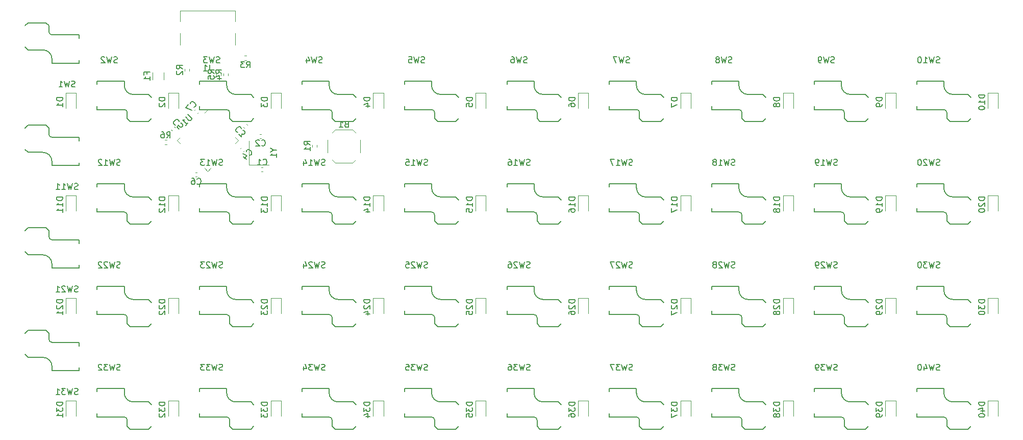
<source format=gbr>
%TF.GenerationSoftware,KiCad,Pcbnew,(6.0.4-0)*%
%TF.CreationDate,2022-10-10T22:02:04-05:00*%
%TF.ProjectId,bancouver40_cfx,62616e63-6f75-4766-9572-34305f636678,rev?*%
%TF.SameCoordinates,Original*%
%TF.FileFunction,Legend,Bot*%
%TF.FilePolarity,Positive*%
%FSLAX46Y46*%
G04 Gerber Fmt 4.6, Leading zero omitted, Abs format (unit mm)*
G04 Created by KiCad (PCBNEW (6.0.4-0)) date 2022-10-10 22:02:04*
%MOMM*%
%LPD*%
G01*
G04 APERTURE LIST*
%ADD10C,0.150000*%
%ADD11C,0.120000*%
G04 APERTURE END LIST*
D10*
%TO.C,SW25*%
X147684452Y-55779734D02*
X147541595Y-55827353D01*
X147303500Y-55827353D01*
X147208262Y-55779734D01*
X147160643Y-55732115D01*
X147113024Y-55636877D01*
X147113024Y-55541639D01*
X147160643Y-55446401D01*
X147208262Y-55398782D01*
X147303500Y-55351163D01*
X147493976Y-55303544D01*
X147589214Y-55255925D01*
X147636833Y-55208306D01*
X147684452Y-55113068D01*
X147684452Y-55017830D01*
X147636833Y-54922592D01*
X147589214Y-54874973D01*
X147493976Y-54827353D01*
X147255881Y-54827353D01*
X147113024Y-54874973D01*
X146779690Y-54827353D02*
X146541595Y-55827353D01*
X146351119Y-55113068D01*
X146160643Y-55827353D01*
X145922548Y-54827353D01*
X145589214Y-54922592D02*
X145541595Y-54874973D01*
X145446357Y-54827353D01*
X145208262Y-54827353D01*
X145113024Y-54874973D01*
X145065405Y-54922592D01*
X145017786Y-55017830D01*
X145017786Y-55113068D01*
X145065405Y-55255925D01*
X145636833Y-55827353D01*
X145017786Y-55827353D01*
X144113024Y-54827353D02*
X144589214Y-54827353D01*
X144636833Y-55303544D01*
X144589214Y-55255925D01*
X144493976Y-55208306D01*
X144255881Y-55208306D01*
X144160643Y-55255925D01*
X144113024Y-55303544D01*
X144065405Y-55398782D01*
X144065405Y-55636877D01*
X144113024Y-55732115D01*
X144160643Y-55779734D01*
X144255881Y-55827353D01*
X144493976Y-55827353D01*
X144589214Y-55779734D01*
X144636833Y-55732115D01*
%TO.C,SW17*%
X181684436Y-38779742D02*
X181541579Y-38827361D01*
X181303484Y-38827361D01*
X181208246Y-38779742D01*
X181160627Y-38732123D01*
X181113008Y-38636885D01*
X181113008Y-38541647D01*
X181160627Y-38446409D01*
X181208246Y-38398790D01*
X181303484Y-38351171D01*
X181493960Y-38303552D01*
X181589198Y-38255933D01*
X181636817Y-38208314D01*
X181684436Y-38113076D01*
X181684436Y-38017838D01*
X181636817Y-37922600D01*
X181589198Y-37874981D01*
X181493960Y-37827361D01*
X181255865Y-37827361D01*
X181113008Y-37874981D01*
X180779674Y-37827361D02*
X180541579Y-38827361D01*
X180351103Y-38113076D01*
X180160627Y-38827361D01*
X179922532Y-37827361D01*
X179017770Y-38827361D02*
X179589198Y-38827361D01*
X179303484Y-38827361D02*
X179303484Y-37827361D01*
X179398722Y-37970219D01*
X179493960Y-38065457D01*
X179589198Y-38113076D01*
X178684436Y-37827361D02*
X178017770Y-37827361D01*
X178446341Y-38827361D01*
%TO.C,SW23*%
X113684468Y-55779734D02*
X113541611Y-55827353D01*
X113303516Y-55827353D01*
X113208278Y-55779734D01*
X113160659Y-55732115D01*
X113113040Y-55636877D01*
X113113040Y-55541639D01*
X113160659Y-55446401D01*
X113208278Y-55398782D01*
X113303516Y-55351163D01*
X113493992Y-55303544D01*
X113589230Y-55255925D01*
X113636849Y-55208306D01*
X113684468Y-55113068D01*
X113684468Y-55017830D01*
X113636849Y-54922592D01*
X113589230Y-54874973D01*
X113493992Y-54827353D01*
X113255897Y-54827353D01*
X113113040Y-54874973D01*
X112779706Y-54827353D02*
X112541611Y-55827353D01*
X112351135Y-55113068D01*
X112160659Y-55827353D01*
X111922564Y-54827353D01*
X111589230Y-54922592D02*
X111541611Y-54874973D01*
X111446373Y-54827353D01*
X111208278Y-54827353D01*
X111113040Y-54874973D01*
X111065421Y-54922592D01*
X111017802Y-55017830D01*
X111017802Y-55113068D01*
X111065421Y-55255925D01*
X111636849Y-55827353D01*
X111017802Y-55827353D01*
X110684468Y-54827353D02*
X110065421Y-54827353D01*
X110398754Y-55208306D01*
X110255897Y-55208306D01*
X110160659Y-55255925D01*
X110113040Y-55303544D01*
X110065421Y-55398782D01*
X110065421Y-55636877D01*
X110113040Y-55732115D01*
X110160659Y-55779734D01*
X110255897Y-55827353D01*
X110541611Y-55827353D01*
X110636849Y-55779734D01*
X110684468Y-55732115D01*
%TO.C,SW26*%
X164684444Y-55779734D02*
X164541587Y-55827353D01*
X164303492Y-55827353D01*
X164208254Y-55779734D01*
X164160635Y-55732115D01*
X164113016Y-55636877D01*
X164113016Y-55541639D01*
X164160635Y-55446401D01*
X164208254Y-55398782D01*
X164303492Y-55351163D01*
X164493968Y-55303544D01*
X164589206Y-55255925D01*
X164636825Y-55208306D01*
X164684444Y-55113068D01*
X164684444Y-55017830D01*
X164636825Y-54922592D01*
X164589206Y-54874973D01*
X164493968Y-54827353D01*
X164255873Y-54827353D01*
X164113016Y-54874973D01*
X163779682Y-54827353D02*
X163541587Y-55827353D01*
X163351111Y-55113068D01*
X163160635Y-55827353D01*
X162922540Y-54827353D01*
X162589206Y-54922592D02*
X162541587Y-54874973D01*
X162446349Y-54827353D01*
X162208254Y-54827353D01*
X162113016Y-54874973D01*
X162065397Y-54922592D01*
X162017778Y-55017830D01*
X162017778Y-55113068D01*
X162065397Y-55255925D01*
X162636825Y-55827353D01*
X162017778Y-55827353D01*
X161160635Y-54827353D02*
X161351111Y-54827353D01*
X161446349Y-54874973D01*
X161493968Y-54922592D01*
X161589206Y-55065449D01*
X161636825Y-55255925D01*
X161636825Y-55636877D01*
X161589206Y-55732115D01*
X161541587Y-55779734D01*
X161446349Y-55827353D01*
X161255873Y-55827353D01*
X161160635Y-55779734D01*
X161113016Y-55732115D01*
X161065397Y-55636877D01*
X161065397Y-55398782D01*
X161113016Y-55303544D01*
X161160635Y-55255925D01*
X161255873Y-55208306D01*
X161446349Y-55208306D01*
X161541587Y-55255925D01*
X161589206Y-55303544D01*
X161636825Y-55398782D01*
%TO.C,SW13*%
X113684468Y-38779742D02*
X113541611Y-38827361D01*
X113303516Y-38827361D01*
X113208278Y-38779742D01*
X113160659Y-38732123D01*
X113113040Y-38636885D01*
X113113040Y-38541647D01*
X113160659Y-38446409D01*
X113208278Y-38398790D01*
X113303516Y-38351171D01*
X113493992Y-38303552D01*
X113589230Y-38255933D01*
X113636849Y-38208314D01*
X113684468Y-38113076D01*
X113684468Y-38017838D01*
X113636849Y-37922600D01*
X113589230Y-37874981D01*
X113493992Y-37827361D01*
X113255897Y-37827361D01*
X113113040Y-37874981D01*
X112779706Y-37827361D02*
X112541611Y-38827361D01*
X112351135Y-38113076D01*
X112160659Y-38827361D01*
X111922564Y-37827361D01*
X111017802Y-38827361D02*
X111589230Y-38827361D01*
X111303516Y-38827361D02*
X111303516Y-37827361D01*
X111398754Y-37970219D01*
X111493992Y-38065457D01*
X111589230Y-38113076D01*
X110684468Y-37827361D02*
X110065421Y-37827361D01*
X110398754Y-38208314D01*
X110255897Y-38208314D01*
X110160659Y-38255933D01*
X110113040Y-38303552D01*
X110065421Y-38398790D01*
X110065421Y-38636885D01*
X110113040Y-38732123D01*
X110160659Y-38779742D01*
X110255897Y-38827361D01*
X110541611Y-38827361D01*
X110636849Y-38779742D01*
X110684468Y-38732123D01*
%TO.C,SW20*%
X232684412Y-38779742D02*
X232541555Y-38827361D01*
X232303460Y-38827361D01*
X232208222Y-38779742D01*
X232160603Y-38732123D01*
X232112984Y-38636885D01*
X232112984Y-38541647D01*
X232160603Y-38446409D01*
X232208222Y-38398790D01*
X232303460Y-38351171D01*
X232493936Y-38303552D01*
X232589174Y-38255933D01*
X232636793Y-38208314D01*
X232684412Y-38113076D01*
X232684412Y-38017838D01*
X232636793Y-37922600D01*
X232589174Y-37874981D01*
X232493936Y-37827361D01*
X232255841Y-37827361D01*
X232112984Y-37874981D01*
X231779650Y-37827361D02*
X231541555Y-38827361D01*
X231351079Y-38113076D01*
X231160603Y-38827361D01*
X230922508Y-37827361D01*
X230589174Y-37922600D02*
X230541555Y-37874981D01*
X230446317Y-37827361D01*
X230208222Y-37827361D01*
X230112984Y-37874981D01*
X230065365Y-37922600D01*
X230017746Y-38017838D01*
X230017746Y-38113076D01*
X230065365Y-38255933D01*
X230636793Y-38827361D01*
X230017746Y-38827361D01*
X229398698Y-37827361D02*
X229303460Y-37827361D01*
X229208222Y-37874981D01*
X229160603Y-37922600D01*
X229112984Y-38017838D01*
X229065365Y-38208314D01*
X229065365Y-38446409D01*
X229112984Y-38636885D01*
X229160603Y-38732123D01*
X229208222Y-38779742D01*
X229303460Y-38827361D01*
X229398698Y-38827361D01*
X229493936Y-38779742D01*
X229541555Y-38732123D01*
X229589174Y-38636885D01*
X229636793Y-38446409D01*
X229636793Y-38208314D01*
X229589174Y-38017838D01*
X229541555Y-37922600D01*
X229493936Y-37874981D01*
X229398698Y-37827361D01*
%TO.C,SW16*%
X164684444Y-38779742D02*
X164541587Y-38827361D01*
X164303492Y-38827361D01*
X164208254Y-38779742D01*
X164160635Y-38732123D01*
X164113016Y-38636885D01*
X164113016Y-38541647D01*
X164160635Y-38446409D01*
X164208254Y-38398790D01*
X164303492Y-38351171D01*
X164493968Y-38303552D01*
X164589206Y-38255933D01*
X164636825Y-38208314D01*
X164684444Y-38113076D01*
X164684444Y-38017838D01*
X164636825Y-37922600D01*
X164589206Y-37874981D01*
X164493968Y-37827361D01*
X164255873Y-37827361D01*
X164113016Y-37874981D01*
X163779682Y-37827361D02*
X163541587Y-38827361D01*
X163351111Y-38113076D01*
X163160635Y-38827361D01*
X162922540Y-37827361D01*
X162017778Y-38827361D02*
X162589206Y-38827361D01*
X162303492Y-38827361D02*
X162303492Y-37827361D01*
X162398730Y-37970219D01*
X162493968Y-38065457D01*
X162589206Y-38113076D01*
X161160635Y-37827361D02*
X161351111Y-37827361D01*
X161446349Y-37874981D01*
X161493968Y-37922600D01*
X161589206Y-38065457D01*
X161636825Y-38255933D01*
X161636825Y-38636885D01*
X161589206Y-38732123D01*
X161541587Y-38779742D01*
X161446349Y-38827361D01*
X161255873Y-38827361D01*
X161160635Y-38779742D01*
X161113016Y-38732123D01*
X161065397Y-38636885D01*
X161065397Y-38398790D01*
X161113016Y-38303552D01*
X161160635Y-38255933D01*
X161255873Y-38208314D01*
X161446349Y-38208314D01*
X161541587Y-38255933D01*
X161589206Y-38303552D01*
X161636825Y-38398790D01*
%TO.C,SW4*%
X130208270Y-21779750D02*
X130065413Y-21827369D01*
X129827317Y-21827369D01*
X129732079Y-21779750D01*
X129684460Y-21732131D01*
X129636841Y-21636893D01*
X129636841Y-21541655D01*
X129684460Y-21446417D01*
X129732079Y-21398798D01*
X129827317Y-21351179D01*
X130017794Y-21303560D01*
X130113032Y-21255941D01*
X130160651Y-21208322D01*
X130208270Y-21113084D01*
X130208270Y-21017846D01*
X130160651Y-20922608D01*
X130113032Y-20874989D01*
X130017794Y-20827369D01*
X129779698Y-20827369D01*
X129636841Y-20874989D01*
X129303508Y-20827369D02*
X129065413Y-21827369D01*
X128874937Y-21113084D01*
X128684460Y-21827369D01*
X128446365Y-20827369D01*
X127636841Y-21160703D02*
X127636841Y-21827369D01*
X127874937Y-20779750D02*
X128113032Y-21494036D01*
X127493984Y-21494036D01*
%TO.C,SW1*%
X89208294Y-25779750D02*
X89065437Y-25827369D01*
X88827341Y-25827369D01*
X88732103Y-25779750D01*
X88684484Y-25732131D01*
X88636865Y-25636893D01*
X88636865Y-25541655D01*
X88684484Y-25446417D01*
X88732103Y-25398798D01*
X88827341Y-25351179D01*
X89017818Y-25303560D01*
X89113056Y-25255941D01*
X89160675Y-25208322D01*
X89208294Y-25113084D01*
X89208294Y-25017846D01*
X89160675Y-24922608D01*
X89113056Y-24874989D01*
X89017818Y-24827369D01*
X88779722Y-24827369D01*
X88636865Y-24874989D01*
X88303532Y-24827369D02*
X88065437Y-25827369D01*
X87874961Y-25113084D01*
X87684484Y-25827369D01*
X87446389Y-24827369D01*
X86541627Y-25827369D02*
X87113056Y-25827369D01*
X86827341Y-25827369D02*
X86827341Y-24827369D01*
X86922580Y-24970227D01*
X87017818Y-25065465D01*
X87113056Y-25113084D01*
%TO.C,SW29*%
X215684420Y-55779734D02*
X215541563Y-55827353D01*
X215303468Y-55827353D01*
X215208230Y-55779734D01*
X215160611Y-55732115D01*
X215112992Y-55636877D01*
X215112992Y-55541639D01*
X215160611Y-55446401D01*
X215208230Y-55398782D01*
X215303468Y-55351163D01*
X215493944Y-55303544D01*
X215589182Y-55255925D01*
X215636801Y-55208306D01*
X215684420Y-55113068D01*
X215684420Y-55017830D01*
X215636801Y-54922592D01*
X215589182Y-54874973D01*
X215493944Y-54827353D01*
X215255849Y-54827353D01*
X215112992Y-54874973D01*
X214779658Y-54827353D02*
X214541563Y-55827353D01*
X214351087Y-55113068D01*
X214160611Y-55827353D01*
X213922516Y-54827353D01*
X213589182Y-54922592D02*
X213541563Y-54874973D01*
X213446325Y-54827353D01*
X213208230Y-54827353D01*
X213112992Y-54874973D01*
X213065373Y-54922592D01*
X213017754Y-55017830D01*
X213017754Y-55113068D01*
X213065373Y-55255925D01*
X213636801Y-55827353D01*
X213017754Y-55827353D01*
X212541563Y-55827353D02*
X212351087Y-55827353D01*
X212255849Y-55779734D01*
X212208230Y-55732115D01*
X212112992Y-55589258D01*
X212065373Y-55398782D01*
X212065373Y-55017830D01*
X212112992Y-54922592D01*
X212160611Y-54874973D01*
X212255849Y-54827353D01*
X212446325Y-54827353D01*
X212541563Y-54874973D01*
X212589182Y-54922592D01*
X212636801Y-55017830D01*
X212636801Y-55255925D01*
X212589182Y-55351163D01*
X212541563Y-55398782D01*
X212446325Y-55446401D01*
X212255849Y-55446401D01*
X212160611Y-55398782D01*
X212112992Y-55351163D01*
X212065373Y-55255925D01*
%TO.C,SW15*%
X147684452Y-38779742D02*
X147541595Y-38827361D01*
X147303500Y-38827361D01*
X147208262Y-38779742D01*
X147160643Y-38732123D01*
X147113024Y-38636885D01*
X147113024Y-38541647D01*
X147160643Y-38446409D01*
X147208262Y-38398790D01*
X147303500Y-38351171D01*
X147493976Y-38303552D01*
X147589214Y-38255933D01*
X147636833Y-38208314D01*
X147684452Y-38113076D01*
X147684452Y-38017838D01*
X147636833Y-37922600D01*
X147589214Y-37874981D01*
X147493976Y-37827361D01*
X147255881Y-37827361D01*
X147113024Y-37874981D01*
X146779690Y-37827361D02*
X146541595Y-38827361D01*
X146351119Y-38113076D01*
X146160643Y-38827361D01*
X145922548Y-37827361D01*
X145017786Y-38827361D02*
X145589214Y-38827361D01*
X145303500Y-38827361D02*
X145303500Y-37827361D01*
X145398738Y-37970219D01*
X145493976Y-38065457D01*
X145589214Y-38113076D01*
X144113024Y-37827361D02*
X144589214Y-37827361D01*
X144636833Y-38303552D01*
X144589214Y-38255933D01*
X144493976Y-38208314D01*
X144255881Y-38208314D01*
X144160643Y-38255933D01*
X144113024Y-38303552D01*
X144065405Y-38398790D01*
X144065405Y-38636885D01*
X144113024Y-38732123D01*
X144160643Y-38779742D01*
X144255881Y-38827361D01*
X144493976Y-38827361D01*
X144589214Y-38779742D01*
X144636833Y-38732123D01*
%TO.C,SW34*%
X130684460Y-72779726D02*
X130541603Y-72827345D01*
X130303508Y-72827345D01*
X130208270Y-72779726D01*
X130160651Y-72732107D01*
X130113032Y-72636869D01*
X130113032Y-72541631D01*
X130160651Y-72446393D01*
X130208270Y-72398774D01*
X130303508Y-72351155D01*
X130493984Y-72303536D01*
X130589222Y-72255917D01*
X130636841Y-72208298D01*
X130684460Y-72113060D01*
X130684460Y-72017822D01*
X130636841Y-71922584D01*
X130589222Y-71874965D01*
X130493984Y-71827345D01*
X130255889Y-71827345D01*
X130113032Y-71874965D01*
X129779698Y-71827345D02*
X129541603Y-72827345D01*
X129351127Y-72113060D01*
X129160651Y-72827345D01*
X128922556Y-71827345D01*
X128636841Y-71827345D02*
X128017794Y-71827345D01*
X128351127Y-72208298D01*
X128208270Y-72208298D01*
X128113032Y-72255917D01*
X128065413Y-72303536D01*
X128017794Y-72398774D01*
X128017794Y-72636869D01*
X128065413Y-72732107D01*
X128113032Y-72779726D01*
X128208270Y-72827345D01*
X128493984Y-72827345D01*
X128589222Y-72779726D01*
X128636841Y-72732107D01*
X127160651Y-72160679D02*
X127160651Y-72827345D01*
X127398746Y-71779726D02*
X127636841Y-72494012D01*
X127017794Y-72494012D01*
%TO.C,SW6*%
X164208254Y-21779750D02*
X164065397Y-21827369D01*
X163827301Y-21827369D01*
X163732063Y-21779750D01*
X163684444Y-21732131D01*
X163636825Y-21636893D01*
X163636825Y-21541655D01*
X163684444Y-21446417D01*
X163732063Y-21398798D01*
X163827301Y-21351179D01*
X164017778Y-21303560D01*
X164113016Y-21255941D01*
X164160635Y-21208322D01*
X164208254Y-21113084D01*
X164208254Y-21017846D01*
X164160635Y-20922608D01*
X164113016Y-20874989D01*
X164017778Y-20827369D01*
X163779682Y-20827369D01*
X163636825Y-20874989D01*
X163303492Y-20827369D02*
X163065397Y-21827369D01*
X162874921Y-21113084D01*
X162684444Y-21827369D01*
X162446349Y-20827369D01*
X161636825Y-20827369D02*
X161827301Y-20827369D01*
X161922540Y-20874989D01*
X161970159Y-20922608D01*
X162065397Y-21065465D01*
X162113016Y-21255941D01*
X162113016Y-21636893D01*
X162065397Y-21732131D01*
X162017778Y-21779750D01*
X161922540Y-21827369D01*
X161732063Y-21827369D01*
X161636825Y-21779750D01*
X161589206Y-21732131D01*
X161541587Y-21636893D01*
X161541587Y-21398798D01*
X161589206Y-21303560D01*
X161636825Y-21255941D01*
X161732063Y-21208322D01*
X161922540Y-21208322D01*
X162017778Y-21255941D01*
X162065397Y-21303560D01*
X162113016Y-21398798D01*
%TO.C,SW10*%
X232684412Y-21779750D02*
X232541555Y-21827369D01*
X232303460Y-21827369D01*
X232208222Y-21779750D01*
X232160603Y-21732131D01*
X232112984Y-21636893D01*
X232112984Y-21541655D01*
X232160603Y-21446417D01*
X232208222Y-21398798D01*
X232303460Y-21351179D01*
X232493936Y-21303560D01*
X232589174Y-21255941D01*
X232636793Y-21208322D01*
X232684412Y-21113084D01*
X232684412Y-21017846D01*
X232636793Y-20922608D01*
X232589174Y-20874989D01*
X232493936Y-20827369D01*
X232255841Y-20827369D01*
X232112984Y-20874989D01*
X231779650Y-20827369D02*
X231541555Y-21827369D01*
X231351079Y-21113084D01*
X231160603Y-21827369D01*
X230922508Y-20827369D01*
X230017746Y-21827369D02*
X230589174Y-21827369D01*
X230303460Y-21827369D02*
X230303460Y-20827369D01*
X230398698Y-20970227D01*
X230493936Y-21065465D01*
X230589174Y-21113084D01*
X229398698Y-20827369D02*
X229303460Y-20827369D01*
X229208222Y-20874989D01*
X229160603Y-20922608D01*
X229112984Y-21017846D01*
X229065365Y-21208322D01*
X229065365Y-21446417D01*
X229112984Y-21636893D01*
X229160603Y-21732131D01*
X229208222Y-21779750D01*
X229303460Y-21827369D01*
X229398698Y-21827369D01*
X229493936Y-21779750D01*
X229541555Y-21732131D01*
X229589174Y-21636893D01*
X229636793Y-21446417D01*
X229636793Y-21208322D01*
X229589174Y-21017846D01*
X229541555Y-20922608D01*
X229493936Y-20874989D01*
X229398698Y-20827369D01*
%TO.C,SW33*%
X113684468Y-72779726D02*
X113541611Y-72827345D01*
X113303516Y-72827345D01*
X113208278Y-72779726D01*
X113160659Y-72732107D01*
X113113040Y-72636869D01*
X113113040Y-72541631D01*
X113160659Y-72446393D01*
X113208278Y-72398774D01*
X113303516Y-72351155D01*
X113493992Y-72303536D01*
X113589230Y-72255917D01*
X113636849Y-72208298D01*
X113684468Y-72113060D01*
X113684468Y-72017822D01*
X113636849Y-71922584D01*
X113589230Y-71874965D01*
X113493992Y-71827345D01*
X113255897Y-71827345D01*
X113113040Y-71874965D01*
X112779706Y-71827345D02*
X112541611Y-72827345D01*
X112351135Y-72113060D01*
X112160659Y-72827345D01*
X111922564Y-71827345D01*
X111636849Y-71827345D02*
X111017802Y-71827345D01*
X111351135Y-72208298D01*
X111208278Y-72208298D01*
X111113040Y-72255917D01*
X111065421Y-72303536D01*
X111017802Y-72398774D01*
X111017802Y-72636869D01*
X111065421Y-72732107D01*
X111113040Y-72779726D01*
X111208278Y-72827345D01*
X111493992Y-72827345D01*
X111589230Y-72779726D01*
X111636849Y-72732107D01*
X110684468Y-71827345D02*
X110065421Y-71827345D01*
X110398754Y-72208298D01*
X110255897Y-72208298D01*
X110160659Y-72255917D01*
X110113040Y-72303536D01*
X110065421Y-72398774D01*
X110065421Y-72636869D01*
X110113040Y-72732107D01*
X110160659Y-72779726D01*
X110255897Y-72827345D01*
X110541611Y-72827345D01*
X110636849Y-72779726D01*
X110684468Y-72732107D01*
%TO.C,SW27*%
X181684436Y-55779734D02*
X181541579Y-55827353D01*
X181303484Y-55827353D01*
X181208246Y-55779734D01*
X181160627Y-55732115D01*
X181113008Y-55636877D01*
X181113008Y-55541639D01*
X181160627Y-55446401D01*
X181208246Y-55398782D01*
X181303484Y-55351163D01*
X181493960Y-55303544D01*
X181589198Y-55255925D01*
X181636817Y-55208306D01*
X181684436Y-55113068D01*
X181684436Y-55017830D01*
X181636817Y-54922592D01*
X181589198Y-54874973D01*
X181493960Y-54827353D01*
X181255865Y-54827353D01*
X181113008Y-54874973D01*
X180779674Y-54827353D02*
X180541579Y-55827353D01*
X180351103Y-55113068D01*
X180160627Y-55827353D01*
X179922532Y-54827353D01*
X179589198Y-54922592D02*
X179541579Y-54874973D01*
X179446341Y-54827353D01*
X179208246Y-54827353D01*
X179113008Y-54874973D01*
X179065389Y-54922592D01*
X179017770Y-55017830D01*
X179017770Y-55113068D01*
X179065389Y-55255925D01*
X179636817Y-55827353D01*
X179017770Y-55827353D01*
X178684436Y-54827353D02*
X178017770Y-54827353D01*
X178446341Y-55827353D01*
%TO.C,SW30*%
X232684412Y-55779734D02*
X232541555Y-55827353D01*
X232303460Y-55827353D01*
X232208222Y-55779734D01*
X232160603Y-55732115D01*
X232112984Y-55636877D01*
X232112984Y-55541639D01*
X232160603Y-55446401D01*
X232208222Y-55398782D01*
X232303460Y-55351163D01*
X232493936Y-55303544D01*
X232589174Y-55255925D01*
X232636793Y-55208306D01*
X232684412Y-55113068D01*
X232684412Y-55017830D01*
X232636793Y-54922592D01*
X232589174Y-54874973D01*
X232493936Y-54827353D01*
X232255841Y-54827353D01*
X232112984Y-54874973D01*
X231779650Y-54827353D02*
X231541555Y-55827353D01*
X231351079Y-55113068D01*
X231160603Y-55827353D01*
X230922508Y-54827353D01*
X230636793Y-54827353D02*
X230017746Y-54827353D01*
X230351079Y-55208306D01*
X230208222Y-55208306D01*
X230112984Y-55255925D01*
X230065365Y-55303544D01*
X230017746Y-55398782D01*
X230017746Y-55636877D01*
X230065365Y-55732115D01*
X230112984Y-55779734D01*
X230208222Y-55827353D01*
X230493936Y-55827353D01*
X230589174Y-55779734D01*
X230636793Y-55732115D01*
X229398698Y-54827353D02*
X229303460Y-54827353D01*
X229208222Y-54874973D01*
X229160603Y-54922592D01*
X229112984Y-55017830D01*
X229065365Y-55208306D01*
X229065365Y-55446401D01*
X229112984Y-55636877D01*
X229160603Y-55732115D01*
X229208222Y-55779734D01*
X229303460Y-55827353D01*
X229398698Y-55827353D01*
X229493936Y-55779734D01*
X229541555Y-55732115D01*
X229589174Y-55636877D01*
X229636793Y-55446401D01*
X229636793Y-55208306D01*
X229589174Y-55017830D01*
X229541555Y-54922592D01*
X229493936Y-54874973D01*
X229398698Y-54827353D01*
%TO.C,SW7*%
X181208246Y-21779750D02*
X181065389Y-21827369D01*
X180827293Y-21827369D01*
X180732055Y-21779750D01*
X180684436Y-21732131D01*
X180636817Y-21636893D01*
X180636817Y-21541655D01*
X180684436Y-21446417D01*
X180732055Y-21398798D01*
X180827293Y-21351179D01*
X181017770Y-21303560D01*
X181113008Y-21255941D01*
X181160627Y-21208322D01*
X181208246Y-21113084D01*
X181208246Y-21017846D01*
X181160627Y-20922608D01*
X181113008Y-20874989D01*
X181017770Y-20827369D01*
X180779674Y-20827369D01*
X180636817Y-20874989D01*
X180303484Y-20827369D02*
X180065389Y-21827369D01*
X179874913Y-21113084D01*
X179684436Y-21827369D01*
X179446341Y-20827369D01*
X179160627Y-20827369D02*
X178493960Y-20827369D01*
X178922532Y-21827369D01*
%TO.C,SW19*%
X215684420Y-38779742D02*
X215541563Y-38827361D01*
X215303468Y-38827361D01*
X215208230Y-38779742D01*
X215160611Y-38732123D01*
X215112992Y-38636885D01*
X215112992Y-38541647D01*
X215160611Y-38446409D01*
X215208230Y-38398790D01*
X215303468Y-38351171D01*
X215493944Y-38303552D01*
X215589182Y-38255933D01*
X215636801Y-38208314D01*
X215684420Y-38113076D01*
X215684420Y-38017838D01*
X215636801Y-37922600D01*
X215589182Y-37874981D01*
X215493944Y-37827361D01*
X215255849Y-37827361D01*
X215112992Y-37874981D01*
X214779658Y-37827361D02*
X214541563Y-38827361D01*
X214351087Y-38113076D01*
X214160611Y-38827361D01*
X213922516Y-37827361D01*
X213017754Y-38827361D02*
X213589182Y-38827361D01*
X213303468Y-38827361D02*
X213303468Y-37827361D01*
X213398706Y-37970219D01*
X213493944Y-38065457D01*
X213589182Y-38113076D01*
X212541563Y-38827361D02*
X212351087Y-38827361D01*
X212255849Y-38779742D01*
X212208230Y-38732123D01*
X212112992Y-38589266D01*
X212065373Y-38398790D01*
X212065373Y-38017838D01*
X212112992Y-37922600D01*
X212160611Y-37874981D01*
X212255849Y-37827361D01*
X212446325Y-37827361D01*
X212541563Y-37874981D01*
X212589182Y-37922600D01*
X212636801Y-38017838D01*
X212636801Y-38255933D01*
X212589182Y-38351171D01*
X212541563Y-38398790D01*
X212446325Y-38446409D01*
X212255849Y-38446409D01*
X212160611Y-38398790D01*
X212112992Y-38351171D01*
X212065373Y-38255933D01*
%TO.C,SW40*%
X232684412Y-72779726D02*
X232541555Y-72827345D01*
X232303460Y-72827345D01*
X232208222Y-72779726D01*
X232160603Y-72732107D01*
X232112984Y-72636869D01*
X232112984Y-72541631D01*
X232160603Y-72446393D01*
X232208222Y-72398774D01*
X232303460Y-72351155D01*
X232493936Y-72303536D01*
X232589174Y-72255917D01*
X232636793Y-72208298D01*
X232684412Y-72113060D01*
X232684412Y-72017822D01*
X232636793Y-71922584D01*
X232589174Y-71874965D01*
X232493936Y-71827345D01*
X232255841Y-71827345D01*
X232112984Y-71874965D01*
X231779650Y-71827345D02*
X231541555Y-72827345D01*
X231351079Y-72113060D01*
X231160603Y-72827345D01*
X230922508Y-71827345D01*
X230112984Y-72160679D02*
X230112984Y-72827345D01*
X230351079Y-71779726D02*
X230589174Y-72494012D01*
X229970127Y-72494012D01*
X229398698Y-71827345D02*
X229303460Y-71827345D01*
X229208222Y-71874965D01*
X229160603Y-71922584D01*
X229112984Y-72017822D01*
X229065365Y-72208298D01*
X229065365Y-72446393D01*
X229112984Y-72636869D01*
X229160603Y-72732107D01*
X229208222Y-72779726D01*
X229303460Y-72827345D01*
X229398698Y-72827345D01*
X229493936Y-72779726D01*
X229541555Y-72732107D01*
X229589174Y-72636869D01*
X229636793Y-72446393D01*
X229636793Y-72208298D01*
X229589174Y-72017822D01*
X229541555Y-71922584D01*
X229493936Y-71874965D01*
X229398698Y-71827345D01*
%TO.C,SW24*%
X130684460Y-55779734D02*
X130541603Y-55827353D01*
X130303508Y-55827353D01*
X130208270Y-55779734D01*
X130160651Y-55732115D01*
X130113032Y-55636877D01*
X130113032Y-55541639D01*
X130160651Y-55446401D01*
X130208270Y-55398782D01*
X130303508Y-55351163D01*
X130493984Y-55303544D01*
X130589222Y-55255925D01*
X130636841Y-55208306D01*
X130684460Y-55113068D01*
X130684460Y-55017830D01*
X130636841Y-54922592D01*
X130589222Y-54874973D01*
X130493984Y-54827353D01*
X130255889Y-54827353D01*
X130113032Y-54874973D01*
X129779698Y-54827353D02*
X129541603Y-55827353D01*
X129351127Y-55113068D01*
X129160651Y-55827353D01*
X128922556Y-54827353D01*
X128589222Y-54922592D02*
X128541603Y-54874973D01*
X128446365Y-54827353D01*
X128208270Y-54827353D01*
X128113032Y-54874973D01*
X128065413Y-54922592D01*
X128017794Y-55017830D01*
X128017794Y-55113068D01*
X128065413Y-55255925D01*
X128636841Y-55827353D01*
X128017794Y-55827353D01*
X127160651Y-55160687D02*
X127160651Y-55827353D01*
X127398746Y-54779734D02*
X127636841Y-55494020D01*
X127017794Y-55494020D01*
%TO.C,SW32*%
X96684476Y-72779726D02*
X96541619Y-72827345D01*
X96303524Y-72827345D01*
X96208286Y-72779726D01*
X96160667Y-72732107D01*
X96113048Y-72636869D01*
X96113048Y-72541631D01*
X96160667Y-72446393D01*
X96208286Y-72398774D01*
X96303524Y-72351155D01*
X96494000Y-72303536D01*
X96589238Y-72255917D01*
X96636857Y-72208298D01*
X96684476Y-72113060D01*
X96684476Y-72017822D01*
X96636857Y-71922584D01*
X96589238Y-71874965D01*
X96494000Y-71827345D01*
X96255905Y-71827345D01*
X96113048Y-71874965D01*
X95779714Y-71827345D02*
X95541619Y-72827345D01*
X95351143Y-72113060D01*
X95160667Y-72827345D01*
X94922572Y-71827345D01*
X94636857Y-71827345D02*
X94017810Y-71827345D01*
X94351143Y-72208298D01*
X94208286Y-72208298D01*
X94113048Y-72255917D01*
X94065429Y-72303536D01*
X94017810Y-72398774D01*
X94017810Y-72636869D01*
X94065429Y-72732107D01*
X94113048Y-72779726D01*
X94208286Y-72827345D01*
X94494000Y-72827345D01*
X94589238Y-72779726D01*
X94636857Y-72732107D01*
X93636857Y-71922584D02*
X93589238Y-71874965D01*
X93494000Y-71827345D01*
X93255905Y-71827345D01*
X93160667Y-71874965D01*
X93113048Y-71922584D01*
X93065429Y-72017822D01*
X93065429Y-72113060D01*
X93113048Y-72255917D01*
X93684476Y-72827345D01*
X93065429Y-72827345D01*
%TO.C,SW5*%
X147208262Y-21779750D02*
X147065405Y-21827369D01*
X146827309Y-21827369D01*
X146732071Y-21779750D01*
X146684452Y-21732131D01*
X146636833Y-21636893D01*
X146636833Y-21541655D01*
X146684452Y-21446417D01*
X146732071Y-21398798D01*
X146827309Y-21351179D01*
X147017786Y-21303560D01*
X147113024Y-21255941D01*
X147160643Y-21208322D01*
X147208262Y-21113084D01*
X147208262Y-21017846D01*
X147160643Y-20922608D01*
X147113024Y-20874989D01*
X147017786Y-20827369D01*
X146779690Y-20827369D01*
X146636833Y-20874989D01*
X146303500Y-20827369D02*
X146065405Y-21827369D01*
X145874929Y-21113084D01*
X145684452Y-21827369D01*
X145446357Y-20827369D01*
X144589214Y-20827369D02*
X145065405Y-20827369D01*
X145113024Y-21303560D01*
X145065405Y-21255941D01*
X144970167Y-21208322D01*
X144732071Y-21208322D01*
X144636833Y-21255941D01*
X144589214Y-21303560D01*
X144541595Y-21398798D01*
X144541595Y-21636893D01*
X144589214Y-21732131D01*
X144636833Y-21779750D01*
X144732071Y-21827369D01*
X144970167Y-21827369D01*
X145065405Y-21779750D01*
X145113024Y-21732131D01*
%TO.C,SW31*%
X89684484Y-76779726D02*
X89541627Y-76827345D01*
X89303532Y-76827345D01*
X89208294Y-76779726D01*
X89160675Y-76732107D01*
X89113056Y-76636869D01*
X89113056Y-76541631D01*
X89160675Y-76446393D01*
X89208294Y-76398774D01*
X89303532Y-76351155D01*
X89494008Y-76303536D01*
X89589246Y-76255917D01*
X89636865Y-76208298D01*
X89684484Y-76113060D01*
X89684484Y-76017822D01*
X89636865Y-75922584D01*
X89589246Y-75874965D01*
X89494008Y-75827345D01*
X89255913Y-75827345D01*
X89113056Y-75874965D01*
X88779722Y-75827345D02*
X88541627Y-76827345D01*
X88351151Y-76113060D01*
X88160675Y-76827345D01*
X87922580Y-75827345D01*
X87636865Y-75827345D02*
X87017818Y-75827345D01*
X87351151Y-76208298D01*
X87208294Y-76208298D01*
X87113056Y-76255917D01*
X87065437Y-76303536D01*
X87017818Y-76398774D01*
X87017818Y-76636869D01*
X87065437Y-76732107D01*
X87113056Y-76779726D01*
X87208294Y-76827345D01*
X87494008Y-76827345D01*
X87589246Y-76779726D01*
X87636865Y-76732107D01*
X86065437Y-76827345D02*
X86636865Y-76827345D01*
X86351151Y-76827345D02*
X86351151Y-75827345D01*
X86446389Y-75970203D01*
X86541627Y-76065441D01*
X86636865Y-76113060D01*
%TO.C,SW38*%
X198684428Y-72779726D02*
X198541571Y-72827345D01*
X198303476Y-72827345D01*
X198208238Y-72779726D01*
X198160619Y-72732107D01*
X198113000Y-72636869D01*
X198113000Y-72541631D01*
X198160619Y-72446393D01*
X198208238Y-72398774D01*
X198303476Y-72351155D01*
X198493952Y-72303536D01*
X198589190Y-72255917D01*
X198636809Y-72208298D01*
X198684428Y-72113060D01*
X198684428Y-72017822D01*
X198636809Y-71922584D01*
X198589190Y-71874965D01*
X198493952Y-71827345D01*
X198255857Y-71827345D01*
X198113000Y-71874965D01*
X197779666Y-71827345D02*
X197541571Y-72827345D01*
X197351095Y-72113060D01*
X197160619Y-72827345D01*
X196922524Y-71827345D01*
X196636809Y-71827345D02*
X196017762Y-71827345D01*
X196351095Y-72208298D01*
X196208238Y-72208298D01*
X196113000Y-72255917D01*
X196065381Y-72303536D01*
X196017762Y-72398774D01*
X196017762Y-72636869D01*
X196065381Y-72732107D01*
X196113000Y-72779726D01*
X196208238Y-72827345D01*
X196493952Y-72827345D01*
X196589190Y-72779726D01*
X196636809Y-72732107D01*
X195446333Y-72255917D02*
X195541571Y-72208298D01*
X195589190Y-72160679D01*
X195636809Y-72065441D01*
X195636809Y-72017822D01*
X195589190Y-71922584D01*
X195541571Y-71874965D01*
X195446333Y-71827345D01*
X195255857Y-71827345D01*
X195160619Y-71874965D01*
X195113000Y-71922584D01*
X195065381Y-72017822D01*
X195065381Y-72065441D01*
X195113000Y-72160679D01*
X195160619Y-72208298D01*
X195255857Y-72255917D01*
X195446333Y-72255917D01*
X195541571Y-72303536D01*
X195589190Y-72351155D01*
X195636809Y-72446393D01*
X195636809Y-72636869D01*
X195589190Y-72732107D01*
X195541571Y-72779726D01*
X195446333Y-72827345D01*
X195255857Y-72827345D01*
X195160619Y-72779726D01*
X195113000Y-72732107D01*
X195065381Y-72636869D01*
X195065381Y-72446393D01*
X195113000Y-72351155D01*
X195160619Y-72303536D01*
X195255857Y-72255917D01*
%TO.C,SW35*%
X147684452Y-72779726D02*
X147541595Y-72827345D01*
X147303500Y-72827345D01*
X147208262Y-72779726D01*
X147160643Y-72732107D01*
X147113024Y-72636869D01*
X147113024Y-72541631D01*
X147160643Y-72446393D01*
X147208262Y-72398774D01*
X147303500Y-72351155D01*
X147493976Y-72303536D01*
X147589214Y-72255917D01*
X147636833Y-72208298D01*
X147684452Y-72113060D01*
X147684452Y-72017822D01*
X147636833Y-71922584D01*
X147589214Y-71874965D01*
X147493976Y-71827345D01*
X147255881Y-71827345D01*
X147113024Y-71874965D01*
X146779690Y-71827345D02*
X146541595Y-72827345D01*
X146351119Y-72113060D01*
X146160643Y-72827345D01*
X145922548Y-71827345D01*
X145636833Y-71827345D02*
X145017786Y-71827345D01*
X145351119Y-72208298D01*
X145208262Y-72208298D01*
X145113024Y-72255917D01*
X145065405Y-72303536D01*
X145017786Y-72398774D01*
X145017786Y-72636869D01*
X145065405Y-72732107D01*
X145113024Y-72779726D01*
X145208262Y-72827345D01*
X145493976Y-72827345D01*
X145589214Y-72779726D01*
X145636833Y-72732107D01*
X144113024Y-71827345D02*
X144589214Y-71827345D01*
X144636833Y-72303536D01*
X144589214Y-72255917D01*
X144493976Y-72208298D01*
X144255881Y-72208298D01*
X144160643Y-72255917D01*
X144113024Y-72303536D01*
X144065405Y-72398774D01*
X144065405Y-72636869D01*
X144113024Y-72732107D01*
X144160643Y-72779726D01*
X144255881Y-72827345D01*
X144493976Y-72827345D01*
X144589214Y-72779726D01*
X144636833Y-72732107D01*
%TO.C,SW18*%
X198684428Y-38779742D02*
X198541571Y-38827361D01*
X198303476Y-38827361D01*
X198208238Y-38779742D01*
X198160619Y-38732123D01*
X198113000Y-38636885D01*
X198113000Y-38541647D01*
X198160619Y-38446409D01*
X198208238Y-38398790D01*
X198303476Y-38351171D01*
X198493952Y-38303552D01*
X198589190Y-38255933D01*
X198636809Y-38208314D01*
X198684428Y-38113076D01*
X198684428Y-38017838D01*
X198636809Y-37922600D01*
X198589190Y-37874981D01*
X198493952Y-37827361D01*
X198255857Y-37827361D01*
X198113000Y-37874981D01*
X197779666Y-37827361D02*
X197541571Y-38827361D01*
X197351095Y-38113076D01*
X197160619Y-38827361D01*
X196922524Y-37827361D01*
X196017762Y-38827361D02*
X196589190Y-38827361D01*
X196303476Y-38827361D02*
X196303476Y-37827361D01*
X196398714Y-37970219D01*
X196493952Y-38065457D01*
X196589190Y-38113076D01*
X195446333Y-38255933D02*
X195541571Y-38208314D01*
X195589190Y-38160695D01*
X195636809Y-38065457D01*
X195636809Y-38017838D01*
X195589190Y-37922600D01*
X195541571Y-37874981D01*
X195446333Y-37827361D01*
X195255857Y-37827361D01*
X195160619Y-37874981D01*
X195113000Y-37922600D01*
X195065381Y-38017838D01*
X195065381Y-38065457D01*
X195113000Y-38160695D01*
X195160619Y-38208314D01*
X195255857Y-38255933D01*
X195446333Y-38255933D01*
X195541571Y-38303552D01*
X195589190Y-38351171D01*
X195636809Y-38446409D01*
X195636809Y-38636885D01*
X195589190Y-38732123D01*
X195541571Y-38779742D01*
X195446333Y-38827361D01*
X195255857Y-38827361D01*
X195160619Y-38779742D01*
X195113000Y-38732123D01*
X195065381Y-38636885D01*
X195065381Y-38446409D01*
X195113000Y-38351171D01*
X195160619Y-38303552D01*
X195255857Y-38255933D01*
%TO.C,SW3*%
X113208278Y-21779750D02*
X113065421Y-21827369D01*
X112827325Y-21827369D01*
X112732087Y-21779750D01*
X112684468Y-21732131D01*
X112636849Y-21636893D01*
X112636849Y-21541655D01*
X112684468Y-21446417D01*
X112732087Y-21398798D01*
X112827325Y-21351179D01*
X113017802Y-21303560D01*
X113113040Y-21255941D01*
X113160659Y-21208322D01*
X113208278Y-21113084D01*
X113208278Y-21017846D01*
X113160659Y-20922608D01*
X113113040Y-20874989D01*
X113017802Y-20827369D01*
X112779706Y-20827369D01*
X112636849Y-20874989D01*
X112303516Y-20827369D02*
X112065421Y-21827369D01*
X111874945Y-21113084D01*
X111684468Y-21827369D01*
X111446373Y-20827369D01*
X111160659Y-20827369D02*
X110541611Y-20827369D01*
X110874945Y-21208322D01*
X110732087Y-21208322D01*
X110636849Y-21255941D01*
X110589230Y-21303560D01*
X110541611Y-21398798D01*
X110541611Y-21636893D01*
X110589230Y-21732131D01*
X110636849Y-21779750D01*
X110732087Y-21827369D01*
X111017802Y-21827369D01*
X111113040Y-21779750D01*
X111160659Y-21732131D01*
%TO.C,SW9*%
X215208230Y-21779750D02*
X215065373Y-21827369D01*
X214827277Y-21827369D01*
X214732039Y-21779750D01*
X214684420Y-21732131D01*
X214636801Y-21636893D01*
X214636801Y-21541655D01*
X214684420Y-21446417D01*
X214732039Y-21398798D01*
X214827277Y-21351179D01*
X215017754Y-21303560D01*
X215112992Y-21255941D01*
X215160611Y-21208322D01*
X215208230Y-21113084D01*
X215208230Y-21017846D01*
X215160611Y-20922608D01*
X215112992Y-20874989D01*
X215017754Y-20827369D01*
X214779658Y-20827369D01*
X214636801Y-20874989D01*
X214303468Y-20827369D02*
X214065373Y-21827369D01*
X213874897Y-21113084D01*
X213684420Y-21827369D01*
X213446325Y-20827369D01*
X213017754Y-21827369D02*
X212827277Y-21827369D01*
X212732039Y-21779750D01*
X212684420Y-21732131D01*
X212589182Y-21589274D01*
X212541563Y-21398798D01*
X212541563Y-21017846D01*
X212589182Y-20922608D01*
X212636801Y-20874989D01*
X212732039Y-20827369D01*
X212922516Y-20827369D01*
X213017754Y-20874989D01*
X213065373Y-20922608D01*
X213112992Y-21017846D01*
X213112992Y-21255941D01*
X213065373Y-21351179D01*
X213017754Y-21398798D01*
X212922516Y-21446417D01*
X212732039Y-21446417D01*
X212636801Y-21398798D01*
X212589182Y-21351179D01*
X212541563Y-21255941D01*
%TO.C,SW14*%
X130684460Y-38779742D02*
X130541603Y-38827361D01*
X130303508Y-38827361D01*
X130208270Y-38779742D01*
X130160651Y-38732123D01*
X130113032Y-38636885D01*
X130113032Y-38541647D01*
X130160651Y-38446409D01*
X130208270Y-38398790D01*
X130303508Y-38351171D01*
X130493984Y-38303552D01*
X130589222Y-38255933D01*
X130636841Y-38208314D01*
X130684460Y-38113076D01*
X130684460Y-38017838D01*
X130636841Y-37922600D01*
X130589222Y-37874981D01*
X130493984Y-37827361D01*
X130255889Y-37827361D01*
X130113032Y-37874981D01*
X129779698Y-37827361D02*
X129541603Y-38827361D01*
X129351127Y-38113076D01*
X129160651Y-38827361D01*
X128922556Y-37827361D01*
X128017794Y-38827361D02*
X128589222Y-38827361D01*
X128303508Y-38827361D02*
X128303508Y-37827361D01*
X128398746Y-37970219D01*
X128493984Y-38065457D01*
X128589222Y-38113076D01*
X127160651Y-38160695D02*
X127160651Y-38827361D01*
X127398746Y-37779742D02*
X127636841Y-38494028D01*
X127017794Y-38494028D01*
%TO.C,SW21*%
X89684484Y-59779734D02*
X89541627Y-59827353D01*
X89303532Y-59827353D01*
X89208294Y-59779734D01*
X89160675Y-59732115D01*
X89113056Y-59636877D01*
X89113056Y-59541639D01*
X89160675Y-59446401D01*
X89208294Y-59398782D01*
X89303532Y-59351163D01*
X89494008Y-59303544D01*
X89589246Y-59255925D01*
X89636865Y-59208306D01*
X89684484Y-59113068D01*
X89684484Y-59017830D01*
X89636865Y-58922592D01*
X89589246Y-58874973D01*
X89494008Y-58827353D01*
X89255913Y-58827353D01*
X89113056Y-58874973D01*
X88779722Y-58827353D02*
X88541627Y-59827353D01*
X88351151Y-59113068D01*
X88160675Y-59827353D01*
X87922580Y-58827353D01*
X87589246Y-58922592D02*
X87541627Y-58874973D01*
X87446389Y-58827353D01*
X87208294Y-58827353D01*
X87113056Y-58874973D01*
X87065437Y-58922592D01*
X87017818Y-59017830D01*
X87017818Y-59113068D01*
X87065437Y-59255925D01*
X87636865Y-59827353D01*
X87017818Y-59827353D01*
X86065437Y-59827353D02*
X86636865Y-59827353D01*
X86351151Y-59827353D02*
X86351151Y-58827353D01*
X86446389Y-58970211D01*
X86541627Y-59065449D01*
X86636865Y-59113068D01*
%TO.C,SW2*%
X96208286Y-21779750D02*
X96065429Y-21827369D01*
X95827333Y-21827369D01*
X95732095Y-21779750D01*
X95684476Y-21732131D01*
X95636857Y-21636893D01*
X95636857Y-21541655D01*
X95684476Y-21446417D01*
X95732095Y-21398798D01*
X95827333Y-21351179D01*
X96017810Y-21303560D01*
X96113048Y-21255941D01*
X96160667Y-21208322D01*
X96208286Y-21113084D01*
X96208286Y-21017846D01*
X96160667Y-20922608D01*
X96113048Y-20874989D01*
X96017810Y-20827369D01*
X95779714Y-20827369D01*
X95636857Y-20874989D01*
X95303524Y-20827369D02*
X95065429Y-21827369D01*
X94874953Y-21113084D01*
X94684476Y-21827369D01*
X94446381Y-20827369D01*
X94113048Y-20922608D02*
X94065429Y-20874989D01*
X93970191Y-20827369D01*
X93732095Y-20827369D01*
X93636857Y-20874989D01*
X93589238Y-20922608D01*
X93541619Y-21017846D01*
X93541619Y-21113084D01*
X93589238Y-21255941D01*
X94160667Y-21827369D01*
X93541619Y-21827369D01*
%TO.C,SW12*%
X96684476Y-38779742D02*
X96541619Y-38827361D01*
X96303524Y-38827361D01*
X96208286Y-38779742D01*
X96160667Y-38732123D01*
X96113048Y-38636885D01*
X96113048Y-38541647D01*
X96160667Y-38446409D01*
X96208286Y-38398790D01*
X96303524Y-38351171D01*
X96494000Y-38303552D01*
X96589238Y-38255933D01*
X96636857Y-38208314D01*
X96684476Y-38113076D01*
X96684476Y-38017838D01*
X96636857Y-37922600D01*
X96589238Y-37874981D01*
X96494000Y-37827361D01*
X96255905Y-37827361D01*
X96113048Y-37874981D01*
X95779714Y-37827361D02*
X95541619Y-38827361D01*
X95351143Y-38113076D01*
X95160667Y-38827361D01*
X94922572Y-37827361D01*
X94017810Y-38827361D02*
X94589238Y-38827361D01*
X94303524Y-38827361D02*
X94303524Y-37827361D01*
X94398762Y-37970219D01*
X94494000Y-38065457D01*
X94589238Y-38113076D01*
X93636857Y-37922600D02*
X93589238Y-37874981D01*
X93494000Y-37827361D01*
X93255905Y-37827361D01*
X93160667Y-37874981D01*
X93113048Y-37922600D01*
X93065429Y-38017838D01*
X93065429Y-38113076D01*
X93113048Y-38255933D01*
X93684476Y-38827361D01*
X93065429Y-38827361D01*
%TO.C,SW36*%
X164684444Y-72779726D02*
X164541587Y-72827345D01*
X164303492Y-72827345D01*
X164208254Y-72779726D01*
X164160635Y-72732107D01*
X164113016Y-72636869D01*
X164113016Y-72541631D01*
X164160635Y-72446393D01*
X164208254Y-72398774D01*
X164303492Y-72351155D01*
X164493968Y-72303536D01*
X164589206Y-72255917D01*
X164636825Y-72208298D01*
X164684444Y-72113060D01*
X164684444Y-72017822D01*
X164636825Y-71922584D01*
X164589206Y-71874965D01*
X164493968Y-71827345D01*
X164255873Y-71827345D01*
X164113016Y-71874965D01*
X163779682Y-71827345D02*
X163541587Y-72827345D01*
X163351111Y-72113060D01*
X163160635Y-72827345D01*
X162922540Y-71827345D01*
X162636825Y-71827345D02*
X162017778Y-71827345D01*
X162351111Y-72208298D01*
X162208254Y-72208298D01*
X162113016Y-72255917D01*
X162065397Y-72303536D01*
X162017778Y-72398774D01*
X162017778Y-72636869D01*
X162065397Y-72732107D01*
X162113016Y-72779726D01*
X162208254Y-72827345D01*
X162493968Y-72827345D01*
X162589206Y-72779726D01*
X162636825Y-72732107D01*
X161160635Y-71827345D02*
X161351111Y-71827345D01*
X161446349Y-71874965D01*
X161493968Y-71922584D01*
X161589206Y-72065441D01*
X161636825Y-72255917D01*
X161636825Y-72636869D01*
X161589206Y-72732107D01*
X161541587Y-72779726D01*
X161446349Y-72827345D01*
X161255873Y-72827345D01*
X161160635Y-72779726D01*
X161113016Y-72732107D01*
X161065397Y-72636869D01*
X161065397Y-72398774D01*
X161113016Y-72303536D01*
X161160635Y-72255917D01*
X161255873Y-72208298D01*
X161446349Y-72208298D01*
X161541587Y-72255917D01*
X161589206Y-72303536D01*
X161636825Y-72398774D01*
%TO.C,SW22*%
X96684476Y-55779734D02*
X96541619Y-55827353D01*
X96303524Y-55827353D01*
X96208286Y-55779734D01*
X96160667Y-55732115D01*
X96113048Y-55636877D01*
X96113048Y-55541639D01*
X96160667Y-55446401D01*
X96208286Y-55398782D01*
X96303524Y-55351163D01*
X96494000Y-55303544D01*
X96589238Y-55255925D01*
X96636857Y-55208306D01*
X96684476Y-55113068D01*
X96684476Y-55017830D01*
X96636857Y-54922592D01*
X96589238Y-54874973D01*
X96494000Y-54827353D01*
X96255905Y-54827353D01*
X96113048Y-54874973D01*
X95779714Y-54827353D02*
X95541619Y-55827353D01*
X95351143Y-55113068D01*
X95160667Y-55827353D01*
X94922572Y-54827353D01*
X94589238Y-54922592D02*
X94541619Y-54874973D01*
X94446381Y-54827353D01*
X94208286Y-54827353D01*
X94113048Y-54874973D01*
X94065429Y-54922592D01*
X94017810Y-55017830D01*
X94017810Y-55113068D01*
X94065429Y-55255925D01*
X94636857Y-55827353D01*
X94017810Y-55827353D01*
X93636857Y-54922592D02*
X93589238Y-54874973D01*
X93494000Y-54827353D01*
X93255905Y-54827353D01*
X93160667Y-54874973D01*
X93113048Y-54922592D01*
X93065429Y-55017830D01*
X93065429Y-55113068D01*
X93113048Y-55255925D01*
X93684476Y-55827353D01*
X93065429Y-55827353D01*
%TO.C,SW28*%
X198684428Y-55779734D02*
X198541571Y-55827353D01*
X198303476Y-55827353D01*
X198208238Y-55779734D01*
X198160619Y-55732115D01*
X198113000Y-55636877D01*
X198113000Y-55541639D01*
X198160619Y-55446401D01*
X198208238Y-55398782D01*
X198303476Y-55351163D01*
X198493952Y-55303544D01*
X198589190Y-55255925D01*
X198636809Y-55208306D01*
X198684428Y-55113068D01*
X198684428Y-55017830D01*
X198636809Y-54922592D01*
X198589190Y-54874973D01*
X198493952Y-54827353D01*
X198255857Y-54827353D01*
X198113000Y-54874973D01*
X197779666Y-54827353D02*
X197541571Y-55827353D01*
X197351095Y-55113068D01*
X197160619Y-55827353D01*
X196922524Y-54827353D01*
X196589190Y-54922592D02*
X196541571Y-54874973D01*
X196446333Y-54827353D01*
X196208238Y-54827353D01*
X196113000Y-54874973D01*
X196065381Y-54922592D01*
X196017762Y-55017830D01*
X196017762Y-55113068D01*
X196065381Y-55255925D01*
X196636809Y-55827353D01*
X196017762Y-55827353D01*
X195446333Y-55255925D02*
X195541571Y-55208306D01*
X195589190Y-55160687D01*
X195636809Y-55065449D01*
X195636809Y-55017830D01*
X195589190Y-54922592D01*
X195541571Y-54874973D01*
X195446333Y-54827353D01*
X195255857Y-54827353D01*
X195160619Y-54874973D01*
X195113000Y-54922592D01*
X195065381Y-55017830D01*
X195065381Y-55065449D01*
X195113000Y-55160687D01*
X195160619Y-55208306D01*
X195255857Y-55255925D01*
X195446333Y-55255925D01*
X195541571Y-55303544D01*
X195589190Y-55351163D01*
X195636809Y-55446401D01*
X195636809Y-55636877D01*
X195589190Y-55732115D01*
X195541571Y-55779734D01*
X195446333Y-55827353D01*
X195255857Y-55827353D01*
X195160619Y-55779734D01*
X195113000Y-55732115D01*
X195065381Y-55636877D01*
X195065381Y-55446401D01*
X195113000Y-55351163D01*
X195160619Y-55303544D01*
X195255857Y-55255925D01*
%TO.C,SW37*%
X181684436Y-72779726D02*
X181541579Y-72827345D01*
X181303484Y-72827345D01*
X181208246Y-72779726D01*
X181160627Y-72732107D01*
X181113008Y-72636869D01*
X181113008Y-72541631D01*
X181160627Y-72446393D01*
X181208246Y-72398774D01*
X181303484Y-72351155D01*
X181493960Y-72303536D01*
X181589198Y-72255917D01*
X181636817Y-72208298D01*
X181684436Y-72113060D01*
X181684436Y-72017822D01*
X181636817Y-71922584D01*
X181589198Y-71874965D01*
X181493960Y-71827345D01*
X181255865Y-71827345D01*
X181113008Y-71874965D01*
X180779674Y-71827345D02*
X180541579Y-72827345D01*
X180351103Y-72113060D01*
X180160627Y-72827345D01*
X179922532Y-71827345D01*
X179636817Y-71827345D02*
X179017770Y-71827345D01*
X179351103Y-72208298D01*
X179208246Y-72208298D01*
X179113008Y-72255917D01*
X179065389Y-72303536D01*
X179017770Y-72398774D01*
X179017770Y-72636869D01*
X179065389Y-72732107D01*
X179113008Y-72779726D01*
X179208246Y-72827345D01*
X179493960Y-72827345D01*
X179589198Y-72779726D01*
X179636817Y-72732107D01*
X178684436Y-71827345D02*
X178017770Y-71827345D01*
X178446341Y-72827345D01*
%TO.C,SW11*%
X89684484Y-42779742D02*
X89541627Y-42827361D01*
X89303532Y-42827361D01*
X89208294Y-42779742D01*
X89160675Y-42732123D01*
X89113056Y-42636885D01*
X89113056Y-42541647D01*
X89160675Y-42446409D01*
X89208294Y-42398790D01*
X89303532Y-42351171D01*
X89494008Y-42303552D01*
X89589246Y-42255933D01*
X89636865Y-42208314D01*
X89684484Y-42113076D01*
X89684484Y-42017838D01*
X89636865Y-41922600D01*
X89589246Y-41874981D01*
X89494008Y-41827361D01*
X89255913Y-41827361D01*
X89113056Y-41874981D01*
X88779722Y-41827361D02*
X88541627Y-42827361D01*
X88351151Y-42113076D01*
X88160675Y-42827361D01*
X87922580Y-41827361D01*
X87017818Y-42827361D02*
X87589246Y-42827361D01*
X87303532Y-42827361D02*
X87303532Y-41827361D01*
X87398770Y-41970219D01*
X87494008Y-42065457D01*
X87589246Y-42113076D01*
X86065437Y-42827361D02*
X86636865Y-42827361D01*
X86351151Y-42827361D02*
X86351151Y-41827361D01*
X86446389Y-41970219D01*
X86541627Y-42065457D01*
X86636865Y-42113076D01*
%TO.C,SW39*%
X215684420Y-72779726D02*
X215541563Y-72827345D01*
X215303468Y-72827345D01*
X215208230Y-72779726D01*
X215160611Y-72732107D01*
X215112992Y-72636869D01*
X215112992Y-72541631D01*
X215160611Y-72446393D01*
X215208230Y-72398774D01*
X215303468Y-72351155D01*
X215493944Y-72303536D01*
X215589182Y-72255917D01*
X215636801Y-72208298D01*
X215684420Y-72113060D01*
X215684420Y-72017822D01*
X215636801Y-71922584D01*
X215589182Y-71874965D01*
X215493944Y-71827345D01*
X215255849Y-71827345D01*
X215112992Y-71874965D01*
X214779658Y-71827345D02*
X214541563Y-72827345D01*
X214351087Y-72113060D01*
X214160611Y-72827345D01*
X213922516Y-71827345D01*
X213636801Y-71827345D02*
X213017754Y-71827345D01*
X213351087Y-72208298D01*
X213208230Y-72208298D01*
X213112992Y-72255917D01*
X213065373Y-72303536D01*
X213017754Y-72398774D01*
X213017754Y-72636869D01*
X213065373Y-72732107D01*
X213112992Y-72779726D01*
X213208230Y-72827345D01*
X213493944Y-72827345D01*
X213589182Y-72779726D01*
X213636801Y-72732107D01*
X212541563Y-72827345D02*
X212351087Y-72827345D01*
X212255849Y-72779726D01*
X212208230Y-72732107D01*
X212112992Y-72589250D01*
X212065373Y-72398774D01*
X212065373Y-72017822D01*
X212112992Y-71922584D01*
X212160611Y-71874965D01*
X212255849Y-71827345D01*
X212446325Y-71827345D01*
X212541563Y-71874965D01*
X212589182Y-71922584D01*
X212636801Y-72017822D01*
X212636801Y-72255917D01*
X212589182Y-72351155D01*
X212541563Y-72398774D01*
X212446325Y-72446393D01*
X212255849Y-72446393D01*
X212160611Y-72398774D01*
X212112992Y-72351155D01*
X212065373Y-72255917D01*
%TO.C,SW8*%
X198208238Y-21779750D02*
X198065381Y-21827369D01*
X197827285Y-21827369D01*
X197732047Y-21779750D01*
X197684428Y-21732131D01*
X197636809Y-21636893D01*
X197636809Y-21541655D01*
X197684428Y-21446417D01*
X197732047Y-21398798D01*
X197827285Y-21351179D01*
X198017762Y-21303560D01*
X198113000Y-21255941D01*
X198160619Y-21208322D01*
X198208238Y-21113084D01*
X198208238Y-21017846D01*
X198160619Y-20922608D01*
X198113000Y-20874989D01*
X198017762Y-20827369D01*
X197779666Y-20827369D01*
X197636809Y-20874989D01*
X197303476Y-20827369D02*
X197065381Y-21827369D01*
X196874905Y-21113084D01*
X196684428Y-21827369D01*
X196446333Y-20827369D01*
X195922524Y-21255941D02*
X196017762Y-21208322D01*
X196065381Y-21160703D01*
X196113000Y-21065465D01*
X196113000Y-21017846D01*
X196065381Y-20922608D01*
X196017762Y-20874989D01*
X195922524Y-20827369D01*
X195732047Y-20827369D01*
X195636809Y-20874989D01*
X195589190Y-20922608D01*
X195541571Y-21017846D01*
X195541571Y-21065465D01*
X195589190Y-21160703D01*
X195636809Y-21208322D01*
X195732047Y-21255941D01*
X195922524Y-21255941D01*
X196017762Y-21303560D01*
X196065381Y-21351179D01*
X196113000Y-21446417D01*
X196113000Y-21636893D01*
X196065381Y-21732131D01*
X196017762Y-21779750D01*
X195922524Y-21827369D01*
X195732047Y-21827369D01*
X195636809Y-21779750D01*
X195589190Y-21732131D01*
X195541571Y-21636893D01*
X195541571Y-21446417D01*
X195589190Y-21351179D01*
X195636809Y-21303560D01*
X195732047Y-21255941D01*
%TO.C,D35*%
X155143973Y-78119010D02*
X154143973Y-78119010D01*
X154143973Y-78357105D01*
X154191593Y-78499962D01*
X154286831Y-78595200D01*
X154382069Y-78642819D01*
X154572545Y-78690438D01*
X154715402Y-78690438D01*
X154905878Y-78642819D01*
X155001116Y-78595200D01*
X155096354Y-78499962D01*
X155143973Y-78357105D01*
X155143973Y-78119010D01*
X154143973Y-79023772D02*
X154143973Y-79642819D01*
X154524926Y-79309486D01*
X154524926Y-79452343D01*
X154572545Y-79547581D01*
X154620164Y-79595200D01*
X154715402Y-79642819D01*
X154953497Y-79642819D01*
X155048735Y-79595200D01*
X155096354Y-79547581D01*
X155143973Y-79452343D01*
X155143973Y-79166629D01*
X155096354Y-79071391D01*
X155048735Y-79023772D01*
X154143973Y-80547581D02*
X154143973Y-80071391D01*
X154620164Y-80023772D01*
X154572545Y-80071391D01*
X154524926Y-80166629D01*
X154524926Y-80404724D01*
X154572545Y-80499962D01*
X154620164Y-80547581D01*
X154715402Y-80595200D01*
X154953497Y-80595200D01*
X155048735Y-80547581D01*
X155096354Y-80499962D01*
X155143973Y-80404724D01*
X155143973Y-80166629D01*
X155096354Y-80071391D01*
X155048735Y-80023772D01*
%TO.C,D31*%
X87144005Y-78119010D02*
X86144005Y-78119010D01*
X86144005Y-78357105D01*
X86191625Y-78499962D01*
X86286863Y-78595200D01*
X86382101Y-78642819D01*
X86572577Y-78690438D01*
X86715434Y-78690438D01*
X86905910Y-78642819D01*
X87001148Y-78595200D01*
X87096386Y-78499962D01*
X87144005Y-78357105D01*
X87144005Y-78119010D01*
X86144005Y-79023772D02*
X86144005Y-79642819D01*
X86524958Y-79309486D01*
X86524958Y-79452343D01*
X86572577Y-79547581D01*
X86620196Y-79595200D01*
X86715434Y-79642819D01*
X86953529Y-79642819D01*
X87048767Y-79595200D01*
X87096386Y-79547581D01*
X87144005Y-79452343D01*
X87144005Y-79166629D01*
X87096386Y-79071391D01*
X87048767Y-79023772D01*
X87144005Y-80595200D02*
X87144005Y-80023772D01*
X87144005Y-80309486D02*
X86144005Y-80309486D01*
X86286863Y-80214248D01*
X86382101Y-80119010D01*
X86429720Y-80023772D01*
%TO.C,D30*%
X240143933Y-61119018D02*
X239143933Y-61119018D01*
X239143933Y-61357113D01*
X239191553Y-61499970D01*
X239286791Y-61595208D01*
X239382029Y-61642827D01*
X239572505Y-61690446D01*
X239715362Y-61690446D01*
X239905838Y-61642827D01*
X240001076Y-61595208D01*
X240096314Y-61499970D01*
X240143933Y-61357113D01*
X240143933Y-61119018D01*
X239143933Y-62023780D02*
X239143933Y-62642827D01*
X239524886Y-62309494D01*
X239524886Y-62452351D01*
X239572505Y-62547589D01*
X239620124Y-62595208D01*
X239715362Y-62642827D01*
X239953457Y-62642827D01*
X240048695Y-62595208D01*
X240096314Y-62547589D01*
X240143933Y-62452351D01*
X240143933Y-62166637D01*
X240096314Y-62071399D01*
X240048695Y-62023780D01*
X239143933Y-63261875D02*
X239143933Y-63357113D01*
X239191553Y-63452351D01*
X239239172Y-63499970D01*
X239334410Y-63547589D01*
X239524886Y-63595208D01*
X239762981Y-63595208D01*
X239953457Y-63547589D01*
X240048695Y-63499970D01*
X240096314Y-63452351D01*
X240143933Y-63357113D01*
X240143933Y-63261875D01*
X240096314Y-63166637D01*
X240048695Y-63119018D01*
X239953457Y-63071399D01*
X239762981Y-63023780D01*
X239524886Y-63023780D01*
X239334410Y-63071399D01*
X239239172Y-63119018D01*
X239191553Y-63166637D01*
X239143933Y-63261875D01*
%TO.C,D34*%
X138143981Y-78119010D02*
X137143981Y-78119010D01*
X137143981Y-78357105D01*
X137191601Y-78499962D01*
X137286839Y-78595200D01*
X137382077Y-78642819D01*
X137572553Y-78690438D01*
X137715410Y-78690438D01*
X137905886Y-78642819D01*
X138001124Y-78595200D01*
X138096362Y-78499962D01*
X138143981Y-78357105D01*
X138143981Y-78119010D01*
X137143981Y-79023772D02*
X137143981Y-79642819D01*
X137524934Y-79309486D01*
X137524934Y-79452343D01*
X137572553Y-79547581D01*
X137620172Y-79595200D01*
X137715410Y-79642819D01*
X137953505Y-79642819D01*
X138048743Y-79595200D01*
X138096362Y-79547581D01*
X138143981Y-79452343D01*
X138143981Y-79166629D01*
X138096362Y-79071391D01*
X138048743Y-79023772D01*
X137477315Y-80499962D02*
X138143981Y-80499962D01*
X137096362Y-80261867D02*
X137810648Y-80023772D01*
X137810648Y-80642819D01*
%TO.C,C5*%
X106454931Y-31559366D02*
X106454931Y-31492023D01*
X106387587Y-31357336D01*
X106320244Y-31289992D01*
X106185556Y-31222649D01*
X106050869Y-31222649D01*
X105949854Y-31256320D01*
X105781495Y-31357336D01*
X105680480Y-31458351D01*
X105579465Y-31626710D01*
X105545793Y-31727725D01*
X105545793Y-31862412D01*
X105613137Y-31997099D01*
X105680480Y-32064443D01*
X105815167Y-32131786D01*
X105882511Y-32131786D01*
X106454931Y-32838893D02*
X106118213Y-32502175D01*
X106421259Y-32131786D01*
X106421259Y-32199130D01*
X106454931Y-32300145D01*
X106623289Y-32468504D01*
X106724305Y-32502175D01*
X106791648Y-32502175D01*
X106892663Y-32468504D01*
X107061022Y-32300145D01*
X107094694Y-32199130D01*
X107094694Y-32131786D01*
X107061022Y-32030771D01*
X106892663Y-31862412D01*
X106791648Y-31828740D01*
X106724305Y-31828740D01*
%TO.C,R4*%
X113532380Y-23583333D02*
X113056190Y-23250000D01*
X113532380Y-23011904D02*
X112532380Y-23011904D01*
X112532380Y-23392857D01*
X112580000Y-23488095D01*
X112627619Y-23535714D01*
X112722857Y-23583333D01*
X112865714Y-23583333D01*
X112960952Y-23535714D01*
X113008571Y-23488095D01*
X113056190Y-23392857D01*
X113056190Y-23011904D01*
X112865714Y-24440476D02*
X113532380Y-24440476D01*
X112484761Y-24202380D02*
X113199047Y-23964285D01*
X113199047Y-24583333D01*
%TO.C,D11*%
X87144005Y-44119026D02*
X86144005Y-44119026D01*
X86144005Y-44357121D01*
X86191625Y-44499978D01*
X86286863Y-44595216D01*
X86382101Y-44642835D01*
X86572577Y-44690454D01*
X86715434Y-44690454D01*
X86905910Y-44642835D01*
X87001148Y-44595216D01*
X87096386Y-44499978D01*
X87144005Y-44357121D01*
X87144005Y-44119026D01*
X87144005Y-45642835D02*
X87144005Y-45071407D01*
X87144005Y-45357121D02*
X86144005Y-45357121D01*
X86286863Y-45261883D01*
X86382101Y-45166645D01*
X86429720Y-45071407D01*
X87144005Y-46595216D02*
X87144005Y-46023788D01*
X87144005Y-46309502D02*
X86144005Y-46309502D01*
X86286863Y-46214264D01*
X86382101Y-46119026D01*
X86429720Y-46023788D01*
%TO.C,D8*%
X206143949Y-27595224D02*
X205143949Y-27595224D01*
X205143949Y-27833320D01*
X205191569Y-27976177D01*
X205286807Y-28071415D01*
X205382045Y-28119034D01*
X205572521Y-28166653D01*
X205715378Y-28166653D01*
X205905854Y-28119034D01*
X206001092Y-28071415D01*
X206096330Y-27976177D01*
X206143949Y-27833320D01*
X206143949Y-27595224D01*
X205572521Y-28738081D02*
X205524902Y-28642843D01*
X205477283Y-28595224D01*
X205382045Y-28547605D01*
X205334426Y-28547605D01*
X205239188Y-28595224D01*
X205191569Y-28642843D01*
X205143949Y-28738081D01*
X205143949Y-28928558D01*
X205191569Y-29023796D01*
X205239188Y-29071415D01*
X205334426Y-29119034D01*
X205382045Y-29119034D01*
X205477283Y-29071415D01*
X205524902Y-29023796D01*
X205572521Y-28928558D01*
X205572521Y-28738081D01*
X205620140Y-28642843D01*
X205667759Y-28595224D01*
X205762997Y-28547605D01*
X205953473Y-28547605D01*
X206048711Y-28595224D01*
X206096330Y-28642843D01*
X206143949Y-28738081D01*
X206143949Y-28928558D01*
X206096330Y-29023796D01*
X206048711Y-29071415D01*
X205953473Y-29119034D01*
X205762997Y-29119034D01*
X205667759Y-29071415D01*
X205620140Y-29023796D01*
X205572521Y-28928558D01*
%TO.C,D22*%
X104143997Y-61119018D02*
X103143997Y-61119018D01*
X103143997Y-61357113D01*
X103191617Y-61499970D01*
X103286855Y-61595208D01*
X103382093Y-61642827D01*
X103572569Y-61690446D01*
X103715426Y-61690446D01*
X103905902Y-61642827D01*
X104001140Y-61595208D01*
X104096378Y-61499970D01*
X104143997Y-61357113D01*
X104143997Y-61119018D01*
X103239236Y-62071399D02*
X103191617Y-62119018D01*
X103143997Y-62214256D01*
X103143997Y-62452351D01*
X103191617Y-62547589D01*
X103239236Y-62595208D01*
X103334474Y-62642827D01*
X103429712Y-62642827D01*
X103572569Y-62595208D01*
X104143997Y-62023780D01*
X104143997Y-62642827D01*
X103239236Y-63023780D02*
X103191617Y-63071399D01*
X103143997Y-63166637D01*
X103143997Y-63404732D01*
X103191617Y-63499970D01*
X103239236Y-63547589D01*
X103334474Y-63595208D01*
X103429712Y-63595208D01*
X103572569Y-63547589D01*
X104143997Y-62976161D01*
X104143997Y-63595208D01*
%TO.C,D24*%
X138143981Y-61119018D02*
X137143981Y-61119018D01*
X137143981Y-61357113D01*
X137191601Y-61499970D01*
X137286839Y-61595208D01*
X137382077Y-61642827D01*
X137572553Y-61690446D01*
X137715410Y-61690446D01*
X137905886Y-61642827D01*
X138001124Y-61595208D01*
X138096362Y-61499970D01*
X138143981Y-61357113D01*
X138143981Y-61119018D01*
X137239220Y-62071399D02*
X137191601Y-62119018D01*
X137143981Y-62214256D01*
X137143981Y-62452351D01*
X137191601Y-62547589D01*
X137239220Y-62595208D01*
X137334458Y-62642827D01*
X137429696Y-62642827D01*
X137572553Y-62595208D01*
X138143981Y-62023780D01*
X138143981Y-62642827D01*
X137477315Y-63499970D02*
X138143981Y-63499970D01*
X137096362Y-63261875D02*
X137810648Y-63023780D01*
X137810648Y-63642827D01*
%TO.C,C4*%
X118190633Y-37154931D02*
X118257976Y-37154931D01*
X118392663Y-37087587D01*
X118460007Y-37020244D01*
X118527350Y-36885556D01*
X118527350Y-36750869D01*
X118493679Y-36649854D01*
X118392663Y-36481495D01*
X118291648Y-36380480D01*
X118123289Y-36279465D01*
X118022274Y-36245793D01*
X117887587Y-36245793D01*
X117752900Y-36313137D01*
X117685556Y-36380480D01*
X117618213Y-36515167D01*
X117618213Y-36582511D01*
X117180480Y-37356961D02*
X117651885Y-37828366D01*
X117079465Y-36919228D02*
X117752900Y-37255946D01*
X117315167Y-37693679D01*
%TO.C,U1*%
X107951548Y-30374088D02*
X108523968Y-30946508D01*
X108557640Y-31047523D01*
X108557640Y-31114867D01*
X108523968Y-31215882D01*
X108389281Y-31350569D01*
X108288266Y-31384241D01*
X108220922Y-31384241D01*
X108119907Y-31350569D01*
X107547487Y-30778149D01*
X107547487Y-32192363D02*
X107951548Y-31788302D01*
X107749518Y-31990332D02*
X107042411Y-31283226D01*
X107210770Y-31316897D01*
X107345457Y-31316897D01*
X107446472Y-31283226D01*
%TO.C,D27*%
X189143957Y-61119018D02*
X188143957Y-61119018D01*
X188143957Y-61357113D01*
X188191577Y-61499970D01*
X188286815Y-61595208D01*
X188382053Y-61642827D01*
X188572529Y-61690446D01*
X188715386Y-61690446D01*
X188905862Y-61642827D01*
X189001100Y-61595208D01*
X189096338Y-61499970D01*
X189143957Y-61357113D01*
X189143957Y-61119018D01*
X188239196Y-62071399D02*
X188191577Y-62119018D01*
X188143957Y-62214256D01*
X188143957Y-62452351D01*
X188191577Y-62547589D01*
X188239196Y-62595208D01*
X188334434Y-62642827D01*
X188429672Y-62642827D01*
X188572529Y-62595208D01*
X189143957Y-62023780D01*
X189143957Y-62642827D01*
X188143957Y-62976161D02*
X188143957Y-63642827D01*
X189143957Y-63214256D01*
%TO.C,D4*%
X138143981Y-27595224D02*
X137143981Y-27595224D01*
X137143981Y-27833320D01*
X137191601Y-27976177D01*
X137286839Y-28071415D01*
X137382077Y-28119034D01*
X137572553Y-28166653D01*
X137715410Y-28166653D01*
X137905886Y-28119034D01*
X138001124Y-28071415D01*
X138096362Y-27976177D01*
X138143981Y-27833320D01*
X138143981Y-27595224D01*
X137477315Y-29023796D02*
X138143981Y-29023796D01*
X137096362Y-28785700D02*
X137810648Y-28547605D01*
X137810648Y-29166653D01*
%TO.C,D40*%
X240143933Y-78119010D02*
X239143933Y-78119010D01*
X239143933Y-78357105D01*
X239191553Y-78499962D01*
X239286791Y-78595200D01*
X239382029Y-78642819D01*
X239572505Y-78690438D01*
X239715362Y-78690438D01*
X239905838Y-78642819D01*
X240001076Y-78595200D01*
X240096314Y-78499962D01*
X240143933Y-78357105D01*
X240143933Y-78119010D01*
X239477267Y-79547581D02*
X240143933Y-79547581D01*
X239096314Y-79309486D02*
X239810600Y-79071391D01*
X239810600Y-79690438D01*
X239143933Y-80261867D02*
X239143933Y-80357105D01*
X239191553Y-80452343D01*
X239239172Y-80499962D01*
X239334410Y-80547581D01*
X239524886Y-80595200D01*
X239762981Y-80595200D01*
X239953457Y-80547581D01*
X240048695Y-80499962D01*
X240096314Y-80452343D01*
X240143933Y-80357105D01*
X240143933Y-80261867D01*
X240096314Y-80166629D01*
X240048695Y-80119010D01*
X239953457Y-80071391D01*
X239762981Y-80023772D01*
X239524886Y-80023772D01*
X239334410Y-80071391D01*
X239239172Y-80119010D01*
X239191553Y-80166629D01*
X239143933Y-80261867D01*
%TO.C,D29*%
X223143941Y-61119018D02*
X222143941Y-61119018D01*
X222143941Y-61357113D01*
X222191561Y-61499970D01*
X222286799Y-61595208D01*
X222382037Y-61642827D01*
X222572513Y-61690446D01*
X222715370Y-61690446D01*
X222905846Y-61642827D01*
X223001084Y-61595208D01*
X223096322Y-61499970D01*
X223143941Y-61357113D01*
X223143941Y-61119018D01*
X222239180Y-62071399D02*
X222191561Y-62119018D01*
X222143941Y-62214256D01*
X222143941Y-62452351D01*
X222191561Y-62547589D01*
X222239180Y-62595208D01*
X222334418Y-62642827D01*
X222429656Y-62642827D01*
X222572513Y-62595208D01*
X223143941Y-62023780D01*
X223143941Y-62642827D01*
X223143941Y-63119018D02*
X223143941Y-63309494D01*
X223096322Y-63404732D01*
X223048703Y-63452351D01*
X222905846Y-63547589D01*
X222715370Y-63595208D01*
X222334418Y-63595208D01*
X222239180Y-63547589D01*
X222191561Y-63499970D01*
X222143941Y-63404732D01*
X222143941Y-63214256D01*
X222191561Y-63119018D01*
X222239180Y-63071399D01*
X222334418Y-63023780D01*
X222572513Y-63023780D01*
X222667751Y-63071399D01*
X222715370Y-63119018D01*
X222762989Y-63214256D01*
X222762989Y-63404732D01*
X222715370Y-63499970D01*
X222667751Y-63547589D01*
X222572513Y-63595208D01*
%TO.C,D28*%
X206143949Y-61119018D02*
X205143949Y-61119018D01*
X205143949Y-61357113D01*
X205191569Y-61499970D01*
X205286807Y-61595208D01*
X205382045Y-61642827D01*
X205572521Y-61690446D01*
X205715378Y-61690446D01*
X205905854Y-61642827D01*
X206001092Y-61595208D01*
X206096330Y-61499970D01*
X206143949Y-61357113D01*
X206143949Y-61119018D01*
X205239188Y-62071399D02*
X205191569Y-62119018D01*
X205143949Y-62214256D01*
X205143949Y-62452351D01*
X205191569Y-62547589D01*
X205239188Y-62595208D01*
X205334426Y-62642827D01*
X205429664Y-62642827D01*
X205572521Y-62595208D01*
X206143949Y-62023780D01*
X206143949Y-62642827D01*
X205572521Y-63214256D02*
X205524902Y-63119018D01*
X205477283Y-63071399D01*
X205382045Y-63023780D01*
X205334426Y-63023780D01*
X205239188Y-63071399D01*
X205191569Y-63119018D01*
X205143949Y-63214256D01*
X205143949Y-63404732D01*
X205191569Y-63499970D01*
X205239188Y-63547589D01*
X205334426Y-63595208D01*
X205382045Y-63595208D01*
X205477283Y-63547589D01*
X205524902Y-63499970D01*
X205572521Y-63404732D01*
X205572521Y-63214256D01*
X205620140Y-63119018D01*
X205667759Y-63071399D01*
X205762997Y-63023780D01*
X205953473Y-63023780D01*
X206048711Y-63071399D01*
X206096330Y-63119018D01*
X206143949Y-63214256D01*
X206143949Y-63404732D01*
X206096330Y-63499970D01*
X206048711Y-63547589D01*
X205953473Y-63595208D01*
X205762997Y-63595208D01*
X205667759Y-63547589D01*
X205620140Y-63499970D01*
X205572521Y-63404732D01*
%TO.C,D33*%
X121143989Y-78119010D02*
X120143989Y-78119010D01*
X120143989Y-78357105D01*
X120191609Y-78499962D01*
X120286847Y-78595200D01*
X120382085Y-78642819D01*
X120572561Y-78690438D01*
X120715418Y-78690438D01*
X120905894Y-78642819D01*
X121001132Y-78595200D01*
X121096370Y-78499962D01*
X121143989Y-78357105D01*
X121143989Y-78119010D01*
X120143989Y-79023772D02*
X120143989Y-79642819D01*
X120524942Y-79309486D01*
X120524942Y-79452343D01*
X120572561Y-79547581D01*
X120620180Y-79595200D01*
X120715418Y-79642819D01*
X120953513Y-79642819D01*
X121048751Y-79595200D01*
X121096370Y-79547581D01*
X121143989Y-79452343D01*
X121143989Y-79166629D01*
X121096370Y-79071391D01*
X121048751Y-79023772D01*
X120143989Y-79976153D02*
X120143989Y-80595200D01*
X120524942Y-80261867D01*
X120524942Y-80404724D01*
X120572561Y-80499962D01*
X120620180Y-80547581D01*
X120715418Y-80595200D01*
X120953513Y-80595200D01*
X121048751Y-80547581D01*
X121096370Y-80499962D01*
X121143989Y-80404724D01*
X121143989Y-80119010D01*
X121096370Y-80023772D01*
X121048751Y-79976153D01*
%TO.C,D15*%
X155143973Y-44119026D02*
X154143973Y-44119026D01*
X154143973Y-44357121D01*
X154191593Y-44499978D01*
X154286831Y-44595216D01*
X154382069Y-44642835D01*
X154572545Y-44690454D01*
X154715402Y-44690454D01*
X154905878Y-44642835D01*
X155001116Y-44595216D01*
X155096354Y-44499978D01*
X155143973Y-44357121D01*
X155143973Y-44119026D01*
X155143973Y-45642835D02*
X155143973Y-45071407D01*
X155143973Y-45357121D02*
X154143973Y-45357121D01*
X154286831Y-45261883D01*
X154382069Y-45166645D01*
X154429688Y-45071407D01*
X154143973Y-46547597D02*
X154143973Y-46071407D01*
X154620164Y-46023788D01*
X154572545Y-46071407D01*
X154524926Y-46166645D01*
X154524926Y-46404740D01*
X154572545Y-46499978D01*
X154620164Y-46547597D01*
X154715402Y-46595216D01*
X154953497Y-46595216D01*
X155048735Y-46547597D01*
X155096354Y-46499978D01*
X155143973Y-46404740D01*
X155143973Y-46166645D01*
X155096354Y-46071407D01*
X155048735Y-46023788D01*
%TO.C,D9*%
X223143941Y-27595224D02*
X222143941Y-27595224D01*
X222143941Y-27833320D01*
X222191561Y-27976177D01*
X222286799Y-28071415D01*
X222382037Y-28119034D01*
X222572513Y-28166653D01*
X222715370Y-28166653D01*
X222905846Y-28119034D01*
X223001084Y-28071415D01*
X223096322Y-27976177D01*
X223143941Y-27833320D01*
X223143941Y-27595224D01*
X223143941Y-28642843D02*
X223143941Y-28833320D01*
X223096322Y-28928558D01*
X223048703Y-28976177D01*
X222905846Y-29071415D01*
X222715370Y-29119034D01*
X222334418Y-29119034D01*
X222239180Y-29071415D01*
X222191561Y-29023796D01*
X222143941Y-28928558D01*
X222143941Y-28738081D01*
X222191561Y-28642843D01*
X222239180Y-28595224D01*
X222334418Y-28547605D01*
X222572513Y-28547605D01*
X222667751Y-28595224D01*
X222715370Y-28642843D01*
X222762989Y-28738081D01*
X222762989Y-28928558D01*
X222715370Y-29023796D01*
X222667751Y-29071415D01*
X222572513Y-29119034D01*
%TO.C,D21*%
X87144005Y-61119018D02*
X86144005Y-61119018D01*
X86144005Y-61357113D01*
X86191625Y-61499970D01*
X86286863Y-61595208D01*
X86382101Y-61642827D01*
X86572577Y-61690446D01*
X86715434Y-61690446D01*
X86905910Y-61642827D01*
X87001148Y-61595208D01*
X87096386Y-61499970D01*
X87144005Y-61357113D01*
X87144005Y-61119018D01*
X86239244Y-62071399D02*
X86191625Y-62119018D01*
X86144005Y-62214256D01*
X86144005Y-62452351D01*
X86191625Y-62547589D01*
X86239244Y-62595208D01*
X86334482Y-62642827D01*
X86429720Y-62642827D01*
X86572577Y-62595208D01*
X87144005Y-62023780D01*
X87144005Y-62642827D01*
X87144005Y-63595208D02*
X87144005Y-63023780D01*
X87144005Y-63309494D02*
X86144005Y-63309494D01*
X86286863Y-63214256D01*
X86382101Y-63119018D01*
X86429720Y-63023780D01*
%TO.C,C2*%
X120166666Y-35517142D02*
X120214285Y-35564761D01*
X120357142Y-35612380D01*
X120452380Y-35612380D01*
X120595238Y-35564761D01*
X120690476Y-35469523D01*
X120738095Y-35374285D01*
X120785714Y-35183809D01*
X120785714Y-35040952D01*
X120738095Y-34850476D01*
X120690476Y-34755238D01*
X120595238Y-34660000D01*
X120452380Y-34612380D01*
X120357142Y-34612380D01*
X120214285Y-34660000D01*
X120166666Y-34707619D01*
X119785714Y-34707619D02*
X119738095Y-34660000D01*
X119642857Y-34612380D01*
X119404761Y-34612380D01*
X119309523Y-34660000D01*
X119261904Y-34707619D01*
X119214285Y-34802857D01*
X119214285Y-34898095D01*
X119261904Y-35040952D01*
X119833333Y-35612380D01*
X119214285Y-35612380D01*
%TO.C,Y1*%
X122176190Y-36273809D02*
X122652380Y-36273809D01*
X121652380Y-35940476D02*
X122176190Y-36273809D01*
X121652380Y-36607142D01*
X122652380Y-37464285D02*
X122652380Y-36892857D01*
X122652380Y-37178571D02*
X121652380Y-37178571D01*
X121795238Y-37083333D01*
X121890476Y-36988095D01*
X121938095Y-36892857D01*
%TO.C,D32*%
X104143997Y-78119010D02*
X103143997Y-78119010D01*
X103143997Y-78357105D01*
X103191617Y-78499962D01*
X103286855Y-78595200D01*
X103382093Y-78642819D01*
X103572569Y-78690438D01*
X103715426Y-78690438D01*
X103905902Y-78642819D01*
X104001140Y-78595200D01*
X104096378Y-78499962D01*
X104143997Y-78357105D01*
X104143997Y-78119010D01*
X103143997Y-79023772D02*
X103143997Y-79642819D01*
X103524950Y-79309486D01*
X103524950Y-79452343D01*
X103572569Y-79547581D01*
X103620188Y-79595200D01*
X103715426Y-79642819D01*
X103953521Y-79642819D01*
X104048759Y-79595200D01*
X104096378Y-79547581D01*
X104143997Y-79452343D01*
X104143997Y-79166629D01*
X104096378Y-79071391D01*
X104048759Y-79023772D01*
X103239236Y-80023772D02*
X103191617Y-80071391D01*
X103143997Y-80166629D01*
X103143997Y-80404724D01*
X103191617Y-80499962D01*
X103239236Y-80547581D01*
X103334474Y-80595200D01*
X103429712Y-80595200D01*
X103572569Y-80547581D01*
X104143997Y-79976153D01*
X104143997Y-80595200D01*
%TO.C,R5*%
X112282380Y-23583333D02*
X111806190Y-23250000D01*
X112282380Y-23011904D02*
X111282380Y-23011904D01*
X111282380Y-23392857D01*
X111330000Y-23488095D01*
X111377619Y-23535714D01*
X111472857Y-23583333D01*
X111615714Y-23583333D01*
X111710952Y-23535714D01*
X111758571Y-23488095D01*
X111806190Y-23392857D01*
X111806190Y-23011904D01*
X111282380Y-24488095D02*
X111282380Y-24011904D01*
X111758571Y-23964285D01*
X111710952Y-24011904D01*
X111663333Y-24107142D01*
X111663333Y-24345238D01*
X111710952Y-24440476D01*
X111758571Y-24488095D01*
X111853809Y-24535714D01*
X112091904Y-24535714D01*
X112187142Y-24488095D01*
X112234761Y-24440476D01*
X112282380Y-24345238D01*
X112282380Y-24107142D01*
X112234761Y-24011904D01*
X112187142Y-23964285D01*
%TO.C,D19*%
X223143941Y-44119026D02*
X222143941Y-44119026D01*
X222143941Y-44357121D01*
X222191561Y-44499978D01*
X222286799Y-44595216D01*
X222382037Y-44642835D01*
X222572513Y-44690454D01*
X222715370Y-44690454D01*
X222905846Y-44642835D01*
X223001084Y-44595216D01*
X223096322Y-44499978D01*
X223143941Y-44357121D01*
X223143941Y-44119026D01*
X223143941Y-45642835D02*
X223143941Y-45071407D01*
X223143941Y-45357121D02*
X222143941Y-45357121D01*
X222286799Y-45261883D01*
X222382037Y-45166645D01*
X222429656Y-45071407D01*
X223143941Y-46119026D02*
X223143941Y-46309502D01*
X223096322Y-46404740D01*
X223048703Y-46452359D01*
X222905846Y-46547597D01*
X222715370Y-46595216D01*
X222334418Y-46595216D01*
X222239180Y-46547597D01*
X222191561Y-46499978D01*
X222143941Y-46404740D01*
X222143941Y-46214264D01*
X222191561Y-46119026D01*
X222239180Y-46071407D01*
X222334418Y-46023788D01*
X222572513Y-46023788D01*
X222667751Y-46071407D01*
X222715370Y-46119026D01*
X222762989Y-46214264D01*
X222762989Y-46404740D01*
X222715370Y-46499978D01*
X222667751Y-46547597D01*
X222572513Y-46595216D01*
%TO.C,D10*%
X240143933Y-27119034D02*
X239143933Y-27119034D01*
X239143933Y-27357129D01*
X239191553Y-27499986D01*
X239286791Y-27595224D01*
X239382029Y-27642843D01*
X239572505Y-27690462D01*
X239715362Y-27690462D01*
X239905838Y-27642843D01*
X240001076Y-27595224D01*
X240096314Y-27499986D01*
X240143933Y-27357129D01*
X240143933Y-27119034D01*
X240143933Y-28642843D02*
X240143933Y-28071415D01*
X240143933Y-28357129D02*
X239143933Y-28357129D01*
X239286791Y-28261891D01*
X239382029Y-28166653D01*
X239429648Y-28071415D01*
X239143933Y-29261891D02*
X239143933Y-29357129D01*
X239191553Y-29452367D01*
X239239172Y-29499986D01*
X239334410Y-29547605D01*
X239524886Y-29595224D01*
X239762981Y-29595224D01*
X239953457Y-29547605D01*
X240048695Y-29499986D01*
X240096314Y-29452367D01*
X240143933Y-29357129D01*
X240143933Y-29261891D01*
X240096314Y-29166653D01*
X240048695Y-29119034D01*
X239953457Y-29071415D01*
X239762981Y-29023796D01*
X239524886Y-29023796D01*
X239334410Y-29071415D01*
X239239172Y-29119034D01*
X239191553Y-29166653D01*
X239143933Y-29261891D01*
%TO.C,D14*%
X138143981Y-44119026D02*
X137143981Y-44119026D01*
X137143981Y-44357121D01*
X137191601Y-44499978D01*
X137286839Y-44595216D01*
X137382077Y-44642835D01*
X137572553Y-44690454D01*
X137715410Y-44690454D01*
X137905886Y-44642835D01*
X138001124Y-44595216D01*
X138096362Y-44499978D01*
X138143981Y-44357121D01*
X138143981Y-44119026D01*
X138143981Y-45642835D02*
X138143981Y-45071407D01*
X138143981Y-45357121D02*
X137143981Y-45357121D01*
X137286839Y-45261883D01*
X137382077Y-45166645D01*
X137429696Y-45071407D01*
X137477315Y-46499978D02*
X138143981Y-46499978D01*
X137096362Y-46261883D02*
X137810648Y-46023788D01*
X137810648Y-46642835D01*
%TO.C,D6*%
X172143965Y-27595224D02*
X171143965Y-27595224D01*
X171143965Y-27833320D01*
X171191585Y-27976177D01*
X171286823Y-28071415D01*
X171382061Y-28119034D01*
X171572537Y-28166653D01*
X171715394Y-28166653D01*
X171905870Y-28119034D01*
X172001108Y-28071415D01*
X172096346Y-27976177D01*
X172143965Y-27833320D01*
X172143965Y-27595224D01*
X171143965Y-29023796D02*
X171143965Y-28833320D01*
X171191585Y-28738081D01*
X171239204Y-28690462D01*
X171382061Y-28595224D01*
X171572537Y-28547605D01*
X171953489Y-28547605D01*
X172048727Y-28595224D01*
X172096346Y-28642843D01*
X172143965Y-28738081D01*
X172143965Y-28928558D01*
X172096346Y-29023796D01*
X172048727Y-29071415D01*
X171953489Y-29119034D01*
X171715394Y-29119034D01*
X171620156Y-29071415D01*
X171572537Y-29023796D01*
X171524918Y-28928558D01*
X171524918Y-28738081D01*
X171572537Y-28642843D01*
X171620156Y-28595224D01*
X171715394Y-28547605D01*
%TO.C,C7*%
X108900145Y-29189443D02*
X108967488Y-29189443D01*
X109102175Y-29122099D01*
X109169519Y-29054755D01*
X109236862Y-28920068D01*
X109236862Y-28785381D01*
X109203191Y-28684366D01*
X109102175Y-28516007D01*
X109001160Y-28414992D01*
X108832801Y-28313977D01*
X108731786Y-28280305D01*
X108597099Y-28280305D01*
X108462412Y-28347649D01*
X108395068Y-28414992D01*
X108327725Y-28549679D01*
X108327725Y-28617023D01*
X108024679Y-28785381D02*
X107553275Y-29256786D01*
X108563427Y-29660847D01*
%TO.C,D18*%
X206143949Y-44119026D02*
X205143949Y-44119026D01*
X205143949Y-44357121D01*
X205191569Y-44499978D01*
X205286807Y-44595216D01*
X205382045Y-44642835D01*
X205572521Y-44690454D01*
X205715378Y-44690454D01*
X205905854Y-44642835D01*
X206001092Y-44595216D01*
X206096330Y-44499978D01*
X206143949Y-44357121D01*
X206143949Y-44119026D01*
X206143949Y-45642835D02*
X206143949Y-45071407D01*
X206143949Y-45357121D02*
X205143949Y-45357121D01*
X205286807Y-45261883D01*
X205382045Y-45166645D01*
X205429664Y-45071407D01*
X205572521Y-46214264D02*
X205524902Y-46119026D01*
X205477283Y-46071407D01*
X205382045Y-46023788D01*
X205334426Y-46023788D01*
X205239188Y-46071407D01*
X205191569Y-46119026D01*
X205143949Y-46214264D01*
X205143949Y-46404740D01*
X205191569Y-46499978D01*
X205239188Y-46547597D01*
X205334426Y-46595216D01*
X205382045Y-46595216D01*
X205477283Y-46547597D01*
X205524902Y-46499978D01*
X205572521Y-46404740D01*
X205572521Y-46214264D01*
X205620140Y-46119026D01*
X205667759Y-46071407D01*
X205762997Y-46023788D01*
X205953473Y-46023788D01*
X206048711Y-46071407D01*
X206096330Y-46119026D01*
X206143949Y-46214264D01*
X206143949Y-46404740D01*
X206096330Y-46499978D01*
X206048711Y-46547597D01*
X205953473Y-46595216D01*
X205762997Y-46595216D01*
X205667759Y-46547597D01*
X205620140Y-46499978D01*
X205572521Y-46404740D01*
%TO.C,R6*%
X104416666Y-34282380D02*
X104750000Y-33806190D01*
X104988095Y-34282380D02*
X104988095Y-33282380D01*
X104607142Y-33282380D01*
X104511904Y-33330000D01*
X104464285Y-33377619D01*
X104416666Y-33472857D01*
X104416666Y-33615714D01*
X104464285Y-33710952D01*
X104511904Y-33758571D01*
X104607142Y-33806190D01*
X104988095Y-33806190D01*
X103559523Y-33282380D02*
X103750000Y-33282380D01*
X103845238Y-33330000D01*
X103892857Y-33377619D01*
X103988095Y-33520476D01*
X104035714Y-33710952D01*
X104035714Y-34091904D01*
X103988095Y-34187142D01*
X103940476Y-34234761D01*
X103845238Y-34282380D01*
X103654761Y-34282380D01*
X103559523Y-34234761D01*
X103511904Y-34187142D01*
X103464285Y-34091904D01*
X103464285Y-33853809D01*
X103511904Y-33758571D01*
X103559523Y-33710952D01*
X103654761Y-33663333D01*
X103845238Y-33663333D01*
X103940476Y-33710952D01*
X103988095Y-33758571D01*
X104035714Y-33853809D01*
%TO.C,D16*%
X172143965Y-44119026D02*
X171143965Y-44119026D01*
X171143965Y-44357121D01*
X171191585Y-44499978D01*
X171286823Y-44595216D01*
X171382061Y-44642835D01*
X171572537Y-44690454D01*
X171715394Y-44690454D01*
X171905870Y-44642835D01*
X172001108Y-44595216D01*
X172096346Y-44499978D01*
X172143965Y-44357121D01*
X172143965Y-44119026D01*
X172143965Y-45642835D02*
X172143965Y-45071407D01*
X172143965Y-45357121D02*
X171143965Y-45357121D01*
X171286823Y-45261883D01*
X171382061Y-45166645D01*
X171429680Y-45071407D01*
X171143965Y-46499978D02*
X171143965Y-46309502D01*
X171191585Y-46214264D01*
X171239204Y-46166645D01*
X171382061Y-46071407D01*
X171572537Y-46023788D01*
X171953489Y-46023788D01*
X172048727Y-46071407D01*
X172096346Y-46119026D01*
X172143965Y-46214264D01*
X172143965Y-46404740D01*
X172096346Y-46499978D01*
X172048727Y-46547597D01*
X171953489Y-46595216D01*
X171715394Y-46595216D01*
X171620156Y-46547597D01*
X171572537Y-46499978D01*
X171524918Y-46404740D01*
X171524918Y-46214264D01*
X171572537Y-46119026D01*
X171620156Y-46071407D01*
X171715394Y-46023788D01*
%TO.C,D13*%
X121143989Y-44119026D02*
X120143989Y-44119026D01*
X120143989Y-44357121D01*
X120191609Y-44499978D01*
X120286847Y-44595216D01*
X120382085Y-44642835D01*
X120572561Y-44690454D01*
X120715418Y-44690454D01*
X120905894Y-44642835D01*
X121001132Y-44595216D01*
X121096370Y-44499978D01*
X121143989Y-44357121D01*
X121143989Y-44119026D01*
X121143989Y-45642835D02*
X121143989Y-45071407D01*
X121143989Y-45357121D02*
X120143989Y-45357121D01*
X120286847Y-45261883D01*
X120382085Y-45166645D01*
X120429704Y-45071407D01*
X120143989Y-45976169D02*
X120143989Y-46595216D01*
X120524942Y-46261883D01*
X120524942Y-46404740D01*
X120572561Y-46499978D01*
X120620180Y-46547597D01*
X120715418Y-46595216D01*
X120953513Y-46595216D01*
X121048751Y-46547597D01*
X121096370Y-46499978D01*
X121143989Y-46404740D01*
X121143989Y-46119026D01*
X121096370Y-46023788D01*
X121048751Y-45976169D01*
%TO.C,D25*%
X155143973Y-61119018D02*
X154143973Y-61119018D01*
X154143973Y-61357113D01*
X154191593Y-61499970D01*
X154286831Y-61595208D01*
X154382069Y-61642827D01*
X154572545Y-61690446D01*
X154715402Y-61690446D01*
X154905878Y-61642827D01*
X155001116Y-61595208D01*
X155096354Y-61499970D01*
X155143973Y-61357113D01*
X155143973Y-61119018D01*
X154239212Y-62071399D02*
X154191593Y-62119018D01*
X154143973Y-62214256D01*
X154143973Y-62452351D01*
X154191593Y-62547589D01*
X154239212Y-62595208D01*
X154334450Y-62642827D01*
X154429688Y-62642827D01*
X154572545Y-62595208D01*
X155143973Y-62023780D01*
X155143973Y-62642827D01*
X154143973Y-63547589D02*
X154143973Y-63071399D01*
X154620164Y-63023780D01*
X154572545Y-63071399D01*
X154524926Y-63166637D01*
X154524926Y-63404732D01*
X154572545Y-63499970D01*
X154620164Y-63547589D01*
X154715402Y-63595208D01*
X154953497Y-63595208D01*
X155048735Y-63547589D01*
X155096354Y-63499970D01*
X155143973Y-63404732D01*
X155143973Y-63166637D01*
X155096354Y-63071399D01*
X155048735Y-63023780D01*
%TO.C,B1*%
X134244761Y-31998571D02*
X134101904Y-32046190D01*
X134054285Y-32093809D01*
X134006666Y-32189047D01*
X134006666Y-32331904D01*
X134054285Y-32427142D01*
X134101904Y-32474761D01*
X134197142Y-32522380D01*
X134578095Y-32522380D01*
X134578095Y-31522380D01*
X134244761Y-31522380D01*
X134149523Y-31570000D01*
X134101904Y-31617619D01*
X134054285Y-31712857D01*
X134054285Y-31808095D01*
X134101904Y-31903333D01*
X134149523Y-31950952D01*
X134244761Y-31998571D01*
X134578095Y-31998571D01*
X133054285Y-32522380D02*
X133625714Y-32522380D01*
X133340000Y-32522380D02*
X133340000Y-31522380D01*
X133435238Y-31665238D01*
X133530476Y-31760476D01*
X133625714Y-31808095D01*
%TO.C,D26*%
X172143965Y-61119018D02*
X171143965Y-61119018D01*
X171143965Y-61357113D01*
X171191585Y-61499970D01*
X171286823Y-61595208D01*
X171382061Y-61642827D01*
X171572537Y-61690446D01*
X171715394Y-61690446D01*
X171905870Y-61642827D01*
X172001108Y-61595208D01*
X172096346Y-61499970D01*
X172143965Y-61357113D01*
X172143965Y-61119018D01*
X171239204Y-62071399D02*
X171191585Y-62119018D01*
X171143965Y-62214256D01*
X171143965Y-62452351D01*
X171191585Y-62547589D01*
X171239204Y-62595208D01*
X171334442Y-62642827D01*
X171429680Y-62642827D01*
X171572537Y-62595208D01*
X172143965Y-62023780D01*
X172143965Y-62642827D01*
X171143965Y-63499970D02*
X171143965Y-63309494D01*
X171191585Y-63214256D01*
X171239204Y-63166637D01*
X171382061Y-63071399D01*
X171572537Y-63023780D01*
X171953489Y-63023780D01*
X172048727Y-63071399D01*
X172096346Y-63119018D01*
X172143965Y-63214256D01*
X172143965Y-63404732D01*
X172096346Y-63499970D01*
X172048727Y-63547589D01*
X171953489Y-63595208D01*
X171715394Y-63595208D01*
X171620156Y-63547589D01*
X171572537Y-63499970D01*
X171524918Y-63404732D01*
X171524918Y-63214256D01*
X171572537Y-63119018D01*
X171620156Y-63071399D01*
X171715394Y-63023780D01*
%TO.C,D1*%
X87144005Y-27595224D02*
X86144005Y-27595224D01*
X86144005Y-27833320D01*
X86191625Y-27976177D01*
X86286863Y-28071415D01*
X86382101Y-28119034D01*
X86572577Y-28166653D01*
X86715434Y-28166653D01*
X86905910Y-28119034D01*
X87001148Y-28071415D01*
X87096386Y-27976177D01*
X87144005Y-27833320D01*
X87144005Y-27595224D01*
X87144005Y-29119034D02*
X87144005Y-28547605D01*
X87144005Y-28833320D02*
X86144005Y-28833320D01*
X86286863Y-28738081D01*
X86382101Y-28642843D01*
X86429720Y-28547605D01*
%TO.C,D3*%
X121143989Y-27595224D02*
X120143989Y-27595224D01*
X120143989Y-27833320D01*
X120191609Y-27976177D01*
X120286847Y-28071415D01*
X120382085Y-28119034D01*
X120572561Y-28166653D01*
X120715418Y-28166653D01*
X120905894Y-28119034D01*
X121001132Y-28071415D01*
X121096370Y-27976177D01*
X121143989Y-27833320D01*
X121143989Y-27595224D01*
X120143989Y-28499986D02*
X120143989Y-29119034D01*
X120524942Y-28785700D01*
X120524942Y-28928558D01*
X120572561Y-29023796D01*
X120620180Y-29071415D01*
X120715418Y-29119034D01*
X120953513Y-29119034D01*
X121048751Y-29071415D01*
X121096370Y-29023796D01*
X121143989Y-28928558D01*
X121143989Y-28642843D01*
X121096370Y-28547605D01*
X121048751Y-28499986D01*
%TO.C,C6*%
X109478281Y-41892123D02*
X109525900Y-41939742D01*
X109668757Y-41987361D01*
X109763995Y-41987361D01*
X109906853Y-41939742D01*
X110002091Y-41844504D01*
X110049710Y-41749266D01*
X110097329Y-41558790D01*
X110097329Y-41415933D01*
X110049710Y-41225457D01*
X110002091Y-41130219D01*
X109906853Y-41034981D01*
X109763995Y-40987361D01*
X109668757Y-40987361D01*
X109525900Y-41034981D01*
X109478281Y-41082600D01*
X108621138Y-40987361D02*
X108811615Y-40987361D01*
X108906853Y-41034981D01*
X108954472Y-41082600D01*
X109049710Y-41225457D01*
X109097329Y-41415933D01*
X109097329Y-41796885D01*
X109049710Y-41892123D01*
X109002091Y-41939742D01*
X108906853Y-41987361D01*
X108716376Y-41987361D01*
X108621138Y-41939742D01*
X108573519Y-41892123D01*
X108525900Y-41796885D01*
X108525900Y-41558790D01*
X108573519Y-41463552D01*
X108621138Y-41415933D01*
X108716376Y-41368314D01*
X108906853Y-41368314D01*
X109002091Y-41415933D01*
X109049710Y-41463552D01*
X109097329Y-41558790D01*
%TO.C,D7*%
X189143957Y-27595224D02*
X188143957Y-27595224D01*
X188143957Y-27833320D01*
X188191577Y-27976177D01*
X188286815Y-28071415D01*
X188382053Y-28119034D01*
X188572529Y-28166653D01*
X188715386Y-28166653D01*
X188905862Y-28119034D01*
X189001100Y-28071415D01*
X189096338Y-27976177D01*
X189143957Y-27833320D01*
X189143957Y-27595224D01*
X188143957Y-28499986D02*
X188143957Y-29166653D01*
X189143957Y-28738081D01*
%TO.C,R3*%
X117666666Y-22622380D02*
X118000000Y-22146190D01*
X118238095Y-22622380D02*
X118238095Y-21622380D01*
X117857142Y-21622380D01*
X117761904Y-21670000D01*
X117714285Y-21717619D01*
X117666666Y-21812857D01*
X117666666Y-21955714D01*
X117714285Y-22050952D01*
X117761904Y-22098571D01*
X117857142Y-22146190D01*
X118238095Y-22146190D01*
X117333333Y-21622380D02*
X116714285Y-21622380D01*
X117047619Y-22003333D01*
X116904761Y-22003333D01*
X116809523Y-22050952D01*
X116761904Y-22098571D01*
X116714285Y-22193809D01*
X116714285Y-22431904D01*
X116761904Y-22527142D01*
X116809523Y-22574761D01*
X116904761Y-22622380D01*
X117190476Y-22622380D01*
X117285714Y-22574761D01*
X117333333Y-22527142D01*
%TO.C,D23*%
X121143989Y-61119018D02*
X120143989Y-61119018D01*
X120143989Y-61357113D01*
X120191609Y-61499970D01*
X120286847Y-61595208D01*
X120382085Y-61642827D01*
X120572561Y-61690446D01*
X120715418Y-61690446D01*
X120905894Y-61642827D01*
X121001132Y-61595208D01*
X121096370Y-61499970D01*
X121143989Y-61357113D01*
X121143989Y-61119018D01*
X120239228Y-62071399D02*
X120191609Y-62119018D01*
X120143989Y-62214256D01*
X120143989Y-62452351D01*
X120191609Y-62547589D01*
X120239228Y-62595208D01*
X120334466Y-62642827D01*
X120429704Y-62642827D01*
X120572561Y-62595208D01*
X121143989Y-62023780D01*
X121143989Y-62642827D01*
X120143989Y-62976161D02*
X120143989Y-63595208D01*
X120524942Y-63261875D01*
X120524942Y-63404732D01*
X120572561Y-63499970D01*
X120620180Y-63547589D01*
X120715418Y-63595208D01*
X120953513Y-63595208D01*
X121048751Y-63547589D01*
X121096370Y-63499970D01*
X121143989Y-63404732D01*
X121143989Y-63119018D01*
X121096370Y-63023780D01*
X121048751Y-62976161D01*
%TO.C,C1*%
X120416666Y-38697142D02*
X120464285Y-38744761D01*
X120607142Y-38792380D01*
X120702380Y-38792380D01*
X120845238Y-38744761D01*
X120940476Y-38649523D01*
X120988095Y-38554285D01*
X121035714Y-38363809D01*
X121035714Y-38220952D01*
X120988095Y-38030476D01*
X120940476Y-37935238D01*
X120845238Y-37840000D01*
X120702380Y-37792380D01*
X120607142Y-37792380D01*
X120464285Y-37840000D01*
X120416666Y-37887619D01*
X119464285Y-38792380D02*
X120035714Y-38792380D01*
X119750000Y-38792380D02*
X119750000Y-37792380D01*
X119845238Y-37935238D01*
X119940476Y-38030476D01*
X120035714Y-38078095D01*
%TO.C,D17*%
X189143957Y-44119026D02*
X188143957Y-44119026D01*
X188143957Y-44357121D01*
X188191577Y-44499978D01*
X188286815Y-44595216D01*
X188382053Y-44642835D01*
X188572529Y-44690454D01*
X188715386Y-44690454D01*
X188905862Y-44642835D01*
X189001100Y-44595216D01*
X189096338Y-44499978D01*
X189143957Y-44357121D01*
X189143957Y-44119026D01*
X189143957Y-45642835D02*
X189143957Y-45071407D01*
X189143957Y-45357121D02*
X188143957Y-45357121D01*
X188286815Y-45261883D01*
X188382053Y-45166645D01*
X188429672Y-45071407D01*
X188143957Y-45976169D02*
X188143957Y-46642835D01*
X189143957Y-46214264D01*
%TO.C,J1*%
X111541614Y-22167372D02*
X111541614Y-22881658D01*
X111589233Y-23024515D01*
X111684471Y-23119753D01*
X111827328Y-23167372D01*
X111922566Y-23167372D01*
X110541614Y-23167372D02*
X111113042Y-23167372D01*
X110827328Y-23167372D02*
X110827328Y-22167372D01*
X110922566Y-22310230D01*
X111017804Y-22405468D01*
X111113042Y-22453087D01*
%TO.C,D12*%
X104143997Y-44119026D02*
X103143997Y-44119026D01*
X103143997Y-44357121D01*
X103191617Y-44499978D01*
X103286855Y-44595216D01*
X103382093Y-44642835D01*
X103572569Y-44690454D01*
X103715426Y-44690454D01*
X103905902Y-44642835D01*
X104001140Y-44595216D01*
X104096378Y-44499978D01*
X104143997Y-44357121D01*
X104143997Y-44119026D01*
X104143997Y-45642835D02*
X104143997Y-45071407D01*
X104143997Y-45357121D02*
X103143997Y-45357121D01*
X103286855Y-45261883D01*
X103382093Y-45166645D01*
X103429712Y-45071407D01*
X103239236Y-46023788D02*
X103191617Y-46071407D01*
X103143997Y-46166645D01*
X103143997Y-46404740D01*
X103191617Y-46499978D01*
X103239236Y-46547597D01*
X103334474Y-46595216D01*
X103429712Y-46595216D01*
X103572569Y-46547597D01*
X104143997Y-45976169D01*
X104143997Y-46595216D01*
%TO.C,D5*%
X155143973Y-27595224D02*
X154143973Y-27595224D01*
X154143973Y-27833320D01*
X154191593Y-27976177D01*
X154286831Y-28071415D01*
X154382069Y-28119034D01*
X154572545Y-28166653D01*
X154715402Y-28166653D01*
X154905878Y-28119034D01*
X155001116Y-28071415D01*
X155096354Y-27976177D01*
X155143973Y-27833320D01*
X155143973Y-27595224D01*
X154143973Y-29071415D02*
X154143973Y-28595224D01*
X154620164Y-28547605D01*
X154572545Y-28595224D01*
X154524926Y-28690462D01*
X154524926Y-28928558D01*
X154572545Y-29023796D01*
X154620164Y-29071415D01*
X154715402Y-29119034D01*
X154953497Y-29119034D01*
X155048735Y-29071415D01*
X155096354Y-29023796D01*
X155143973Y-28928558D01*
X155143973Y-28690462D01*
X155096354Y-28595224D01*
X155048735Y-28547605D01*
%TO.C,D37*%
X189143957Y-78119010D02*
X188143957Y-78119010D01*
X188143957Y-78357105D01*
X188191577Y-78499962D01*
X188286815Y-78595200D01*
X188382053Y-78642819D01*
X188572529Y-78690438D01*
X188715386Y-78690438D01*
X188905862Y-78642819D01*
X189001100Y-78595200D01*
X189096338Y-78499962D01*
X189143957Y-78357105D01*
X189143957Y-78119010D01*
X188143957Y-79023772D02*
X188143957Y-79642819D01*
X188524910Y-79309486D01*
X188524910Y-79452343D01*
X188572529Y-79547581D01*
X188620148Y-79595200D01*
X188715386Y-79642819D01*
X188953481Y-79642819D01*
X189048719Y-79595200D01*
X189096338Y-79547581D01*
X189143957Y-79452343D01*
X189143957Y-79166629D01*
X189096338Y-79071391D01*
X189048719Y-79023772D01*
X188143957Y-79976153D02*
X188143957Y-80642819D01*
X189143957Y-80214248D01*
%TO.C,D36*%
X172143965Y-78119010D02*
X171143965Y-78119010D01*
X171143965Y-78357105D01*
X171191585Y-78499962D01*
X171286823Y-78595200D01*
X171382061Y-78642819D01*
X171572537Y-78690438D01*
X171715394Y-78690438D01*
X171905870Y-78642819D01*
X172001108Y-78595200D01*
X172096346Y-78499962D01*
X172143965Y-78357105D01*
X172143965Y-78119010D01*
X171143965Y-79023772D02*
X171143965Y-79642819D01*
X171524918Y-79309486D01*
X171524918Y-79452343D01*
X171572537Y-79547581D01*
X171620156Y-79595200D01*
X171715394Y-79642819D01*
X171953489Y-79642819D01*
X172048727Y-79595200D01*
X172096346Y-79547581D01*
X172143965Y-79452343D01*
X172143965Y-79166629D01*
X172096346Y-79071391D01*
X172048727Y-79023772D01*
X171143965Y-80499962D02*
X171143965Y-80309486D01*
X171191585Y-80214248D01*
X171239204Y-80166629D01*
X171382061Y-80071391D01*
X171572537Y-80023772D01*
X171953489Y-80023772D01*
X172048727Y-80071391D01*
X172096346Y-80119010D01*
X172143965Y-80214248D01*
X172143965Y-80404724D01*
X172096346Y-80499962D01*
X172048727Y-80547581D01*
X171953489Y-80595200D01*
X171715394Y-80595200D01*
X171620156Y-80547581D01*
X171572537Y-80499962D01*
X171524918Y-80404724D01*
X171524918Y-80214248D01*
X171572537Y-80119010D01*
X171620156Y-80071391D01*
X171715394Y-80023772D01*
%TO.C,F1*%
X101108571Y-23666666D02*
X101108571Y-23333333D01*
X101632380Y-23333333D02*
X100632380Y-23333333D01*
X100632380Y-23809523D01*
X101632380Y-24714285D02*
X101632380Y-24142857D01*
X101632380Y-24428571D02*
X100632380Y-24428571D01*
X100775238Y-24333333D01*
X100870476Y-24238095D01*
X100918095Y-24142857D01*
%TO.C,C3*%
X116794443Y-32769854D02*
X116794443Y-32702511D01*
X116727099Y-32567824D01*
X116659756Y-32500480D01*
X116525068Y-32433137D01*
X116390381Y-32433137D01*
X116289366Y-32466808D01*
X116121007Y-32567824D01*
X116019992Y-32668839D01*
X115918977Y-32837198D01*
X115885305Y-32938213D01*
X115885305Y-33072900D01*
X115952649Y-33207587D01*
X116019992Y-33274931D01*
X116154679Y-33342274D01*
X116222023Y-33342274D01*
X116390381Y-33645320D02*
X116828114Y-34083053D01*
X116861786Y-33577976D01*
X116962801Y-33678992D01*
X117063817Y-33712663D01*
X117131160Y-33712663D01*
X117232175Y-33678992D01*
X117400534Y-33510633D01*
X117434206Y-33409618D01*
X117434206Y-33342274D01*
X117400534Y-33241259D01*
X117198504Y-33039228D01*
X117097488Y-33005556D01*
X117030145Y-33005556D01*
%TO.C,R2*%
X107032380Y-22823333D02*
X106556190Y-22490000D01*
X107032380Y-22251904D02*
X106032380Y-22251904D01*
X106032380Y-22632857D01*
X106080000Y-22728095D01*
X106127619Y-22775714D01*
X106222857Y-22823333D01*
X106365714Y-22823333D01*
X106460952Y-22775714D01*
X106508571Y-22728095D01*
X106556190Y-22632857D01*
X106556190Y-22251904D01*
X106127619Y-23204285D02*
X106080000Y-23251904D01*
X106032380Y-23347142D01*
X106032380Y-23585238D01*
X106080000Y-23680476D01*
X106127619Y-23728095D01*
X106222857Y-23775714D01*
X106318095Y-23775714D01*
X106460952Y-23728095D01*
X107032380Y-23156666D01*
X107032380Y-23775714D01*
%TO.C,D39*%
X223143941Y-78119010D02*
X222143941Y-78119010D01*
X222143941Y-78357105D01*
X222191561Y-78499962D01*
X222286799Y-78595200D01*
X222382037Y-78642819D01*
X222572513Y-78690438D01*
X222715370Y-78690438D01*
X222905846Y-78642819D01*
X223001084Y-78595200D01*
X223096322Y-78499962D01*
X223143941Y-78357105D01*
X223143941Y-78119010D01*
X222143941Y-79023772D02*
X222143941Y-79642819D01*
X222524894Y-79309486D01*
X222524894Y-79452343D01*
X222572513Y-79547581D01*
X222620132Y-79595200D01*
X222715370Y-79642819D01*
X222953465Y-79642819D01*
X223048703Y-79595200D01*
X223096322Y-79547581D01*
X223143941Y-79452343D01*
X223143941Y-79166629D01*
X223096322Y-79071391D01*
X223048703Y-79023772D01*
X223143941Y-80119010D02*
X223143941Y-80309486D01*
X223096322Y-80404724D01*
X223048703Y-80452343D01*
X222905846Y-80547581D01*
X222715370Y-80595200D01*
X222334418Y-80595200D01*
X222239180Y-80547581D01*
X222191561Y-80499962D01*
X222143941Y-80404724D01*
X222143941Y-80214248D01*
X222191561Y-80119010D01*
X222239180Y-80071391D01*
X222334418Y-80023772D01*
X222572513Y-80023772D01*
X222667751Y-80071391D01*
X222715370Y-80119010D01*
X222762989Y-80214248D01*
X222762989Y-80404724D01*
X222715370Y-80499962D01*
X222667751Y-80547581D01*
X222572513Y-80595200D01*
%TO.C,R1*%
X128232380Y-35443333D02*
X127756190Y-35110000D01*
X128232380Y-34871904D02*
X127232380Y-34871904D01*
X127232380Y-35252857D01*
X127280000Y-35348095D01*
X127327619Y-35395714D01*
X127422857Y-35443333D01*
X127565714Y-35443333D01*
X127660952Y-35395714D01*
X127708571Y-35348095D01*
X127756190Y-35252857D01*
X127756190Y-34871904D01*
X128232380Y-36395714D02*
X128232380Y-35824285D01*
X128232380Y-36110000D02*
X127232380Y-36110000D01*
X127375238Y-36014761D01*
X127470476Y-35919523D01*
X127518095Y-35824285D01*
%TO.C,D20*%
X240143933Y-44119026D02*
X239143933Y-44119026D01*
X239143933Y-44357121D01*
X239191553Y-44499978D01*
X239286791Y-44595216D01*
X239382029Y-44642835D01*
X239572505Y-44690454D01*
X239715362Y-44690454D01*
X239905838Y-44642835D01*
X240001076Y-44595216D01*
X240096314Y-44499978D01*
X240143933Y-44357121D01*
X240143933Y-44119026D01*
X239239172Y-45071407D02*
X239191553Y-45119026D01*
X239143933Y-45214264D01*
X239143933Y-45452359D01*
X239191553Y-45547597D01*
X239239172Y-45595216D01*
X239334410Y-45642835D01*
X239429648Y-45642835D01*
X239572505Y-45595216D01*
X240143933Y-45023788D01*
X240143933Y-45642835D01*
X239143933Y-46261883D02*
X239143933Y-46357121D01*
X239191553Y-46452359D01*
X239239172Y-46499978D01*
X239334410Y-46547597D01*
X239524886Y-46595216D01*
X239762981Y-46595216D01*
X239953457Y-46547597D01*
X240048695Y-46499978D01*
X240096314Y-46452359D01*
X240143933Y-46357121D01*
X240143933Y-46261883D01*
X240096314Y-46166645D01*
X240048695Y-46119026D01*
X239953457Y-46071407D01*
X239762981Y-46023788D01*
X239524886Y-46023788D01*
X239334410Y-46071407D01*
X239239172Y-46119026D01*
X239191553Y-46166645D01*
X239143933Y-46261883D01*
%TO.C,D38*%
X206143949Y-78119010D02*
X205143949Y-78119010D01*
X205143949Y-78357105D01*
X205191569Y-78499962D01*
X205286807Y-78595200D01*
X205382045Y-78642819D01*
X205572521Y-78690438D01*
X205715378Y-78690438D01*
X205905854Y-78642819D01*
X206001092Y-78595200D01*
X206096330Y-78499962D01*
X206143949Y-78357105D01*
X206143949Y-78119010D01*
X205143949Y-79023772D02*
X205143949Y-79642819D01*
X205524902Y-79309486D01*
X205524902Y-79452343D01*
X205572521Y-79547581D01*
X205620140Y-79595200D01*
X205715378Y-79642819D01*
X205953473Y-79642819D01*
X206048711Y-79595200D01*
X206096330Y-79547581D01*
X206143949Y-79452343D01*
X206143949Y-79166629D01*
X206096330Y-79071391D01*
X206048711Y-79023772D01*
X205572521Y-80214248D02*
X205524902Y-80119010D01*
X205477283Y-80071391D01*
X205382045Y-80023772D01*
X205334426Y-80023772D01*
X205239188Y-80071391D01*
X205191569Y-80119010D01*
X205143949Y-80214248D01*
X205143949Y-80404724D01*
X205191569Y-80499962D01*
X205239188Y-80547581D01*
X205334426Y-80595200D01*
X205382045Y-80595200D01*
X205477283Y-80547581D01*
X205524902Y-80499962D01*
X205572521Y-80404724D01*
X205572521Y-80214248D01*
X205620140Y-80119010D01*
X205667759Y-80071391D01*
X205762997Y-80023772D01*
X205953473Y-80023772D01*
X206048711Y-80071391D01*
X206096330Y-80119010D01*
X206143949Y-80214248D01*
X206143949Y-80404724D01*
X206096330Y-80499962D01*
X206048711Y-80547581D01*
X205953473Y-80595200D01*
X205762997Y-80595200D01*
X205667759Y-80547581D01*
X205620140Y-80499962D01*
X205572521Y-80404724D01*
%TO.C,D2*%
X104143997Y-27595224D02*
X103143997Y-27595224D01*
X103143997Y-27833320D01*
X103191617Y-27976177D01*
X103286855Y-28071415D01*
X103382093Y-28119034D01*
X103572569Y-28166653D01*
X103715426Y-28166653D01*
X103905902Y-28119034D01*
X104001140Y-28071415D01*
X104096378Y-27976177D01*
X104143997Y-27833320D01*
X104143997Y-27595224D01*
X103239236Y-28547605D02*
X103191617Y-28595224D01*
X103143997Y-28690462D01*
X103143997Y-28928558D01*
X103191617Y-29023796D01*
X103239236Y-29071415D01*
X103334474Y-29119034D01*
X103429712Y-29119034D01*
X103572569Y-29071415D01*
X104143997Y-28499986D01*
X104143997Y-29119034D01*
%TO.C,SW25*%
X148374929Y-59574973D02*
X148374929Y-58874973D01*
X143874929Y-58874973D02*
X143874929Y-59374973D01*
X148374929Y-58874973D02*
X143874929Y-58874973D01*
X143874929Y-62974973D02*
X143874929Y-63574973D01*
X143874929Y-63574973D02*
X148374929Y-63574973D01*
X152374929Y-61074973D02*
X149874929Y-61074973D01*
X152874929Y-61574973D02*
X152374929Y-61074973D01*
X152374929Y-65574973D02*
X149374929Y-65574973D01*
X149374929Y-65574973D02*
X148874929Y-65074973D01*
X148874929Y-64074973D02*
X148874929Y-65074973D01*
X152874929Y-65074973D02*
X152374929Y-65574973D01*
X148874929Y-64074973D02*
G75*
G03*
X148374929Y-63574973I-500001J-1D01*
G01*
X148374929Y-59574973D02*
G75*
G03*
X149874929Y-61074973I1500001J1D01*
G01*
%TO.C,SW17*%
X186874913Y-44574981D02*
X186374913Y-44074981D01*
X186874913Y-48074981D02*
X186374913Y-48574981D01*
X183374913Y-48574981D02*
X182874913Y-48074981D01*
X182874913Y-47074981D02*
X182874913Y-48074981D01*
X177874913Y-45974981D02*
X177874913Y-46574981D01*
X182374913Y-42574981D02*
X182374913Y-41874981D01*
X182374913Y-41874981D02*
X177874913Y-41874981D01*
X186374913Y-48574981D02*
X183374913Y-48574981D01*
X177874913Y-41874981D02*
X177874913Y-42374981D01*
X177874913Y-46574981D02*
X182374913Y-46574981D01*
X186374913Y-44074981D02*
X183874913Y-44074981D01*
X182874913Y-47074981D02*
G75*
G03*
X182374913Y-46574981I-500001J-1D01*
G01*
X182374913Y-42574981D02*
G75*
G03*
X183874913Y-44074981I1500001J1D01*
G01*
%TO.C,SW23*%
X109874945Y-58874973D02*
X109874945Y-59374973D01*
X114374945Y-59574973D02*
X114374945Y-58874973D01*
X109874945Y-62974973D02*
X109874945Y-63574973D01*
X115374945Y-65574973D02*
X114874945Y-65074973D01*
X118874945Y-65074973D02*
X118374945Y-65574973D01*
X114374945Y-58874973D02*
X109874945Y-58874973D01*
X114874945Y-64074973D02*
X114874945Y-65074973D01*
X109874945Y-63574973D02*
X114374945Y-63574973D01*
X118374945Y-61074973D02*
X115874945Y-61074973D01*
X118874945Y-61574973D02*
X118374945Y-61074973D01*
X118374945Y-65574973D02*
X115374945Y-65574973D01*
X114374945Y-59574973D02*
G75*
G03*
X115874945Y-61074973I1500001J1D01*
G01*
X114874945Y-64074973D02*
G75*
G03*
X114374945Y-63574973I-500001J-1D01*
G01*
%TO.C,SW26*%
X160874921Y-63574973D02*
X165374921Y-63574973D01*
X160874921Y-58874973D02*
X160874921Y-59374973D01*
X169374921Y-65574973D02*
X166374921Y-65574973D01*
X165374921Y-58874973D02*
X160874921Y-58874973D01*
X169874921Y-65074973D02*
X169374921Y-65574973D01*
X169374921Y-61074973D02*
X166874921Y-61074973D01*
X165374921Y-59574973D02*
X165374921Y-58874973D01*
X169874921Y-61574973D02*
X169374921Y-61074973D01*
X160874921Y-62974973D02*
X160874921Y-63574973D01*
X166374921Y-65574973D02*
X165874921Y-65074973D01*
X165874921Y-64074973D02*
X165874921Y-65074973D01*
X165874921Y-64074973D02*
G75*
G03*
X165374921Y-63574973I-500001J-1D01*
G01*
X165374921Y-59574973D02*
G75*
G03*
X166874921Y-61074973I1500001J1D01*
G01*
%TO.C,SW13*%
X109874945Y-45974981D02*
X109874945Y-46574981D01*
X118374945Y-48574981D02*
X115374945Y-48574981D01*
X118874945Y-48074981D02*
X118374945Y-48574981D01*
X114374945Y-42574981D02*
X114374945Y-41874981D01*
X109874945Y-41874981D02*
X109874945Y-42374981D01*
X109874945Y-46574981D02*
X114374945Y-46574981D01*
X115374945Y-48574981D02*
X114874945Y-48074981D01*
X114374945Y-41874981D02*
X109874945Y-41874981D01*
X118374945Y-44074981D02*
X115874945Y-44074981D01*
X118874945Y-44574981D02*
X118374945Y-44074981D01*
X114874945Y-47074981D02*
X114874945Y-48074981D01*
X114874945Y-47074981D02*
G75*
G03*
X114374945Y-46574981I-500001J-1D01*
G01*
X114374945Y-42574981D02*
G75*
G03*
X115874945Y-44074981I1500001J1D01*
G01*
%TO.C,SW20*%
X233874889Y-47074981D02*
X233874889Y-48074981D01*
X233374889Y-41874981D02*
X228874889Y-41874981D01*
X237874889Y-48074981D02*
X237374889Y-48574981D01*
X228874889Y-45974981D02*
X228874889Y-46574981D01*
X237374889Y-44074981D02*
X234874889Y-44074981D01*
X233374889Y-42574981D02*
X233374889Y-41874981D01*
X237374889Y-48574981D02*
X234374889Y-48574981D01*
X228874889Y-41874981D02*
X228874889Y-42374981D01*
X228874889Y-46574981D02*
X233374889Y-46574981D01*
X237874889Y-44574981D02*
X237374889Y-44074981D01*
X234374889Y-48574981D02*
X233874889Y-48074981D01*
X233874889Y-47074981D02*
G75*
G03*
X233374889Y-46574981I-500001J-1D01*
G01*
X233374889Y-42574981D02*
G75*
G03*
X234874889Y-44074981I1500001J1D01*
G01*
%TO.C,SW16*%
X160874921Y-41874981D02*
X160874921Y-42374981D01*
X169874921Y-48074981D02*
X169374921Y-48574981D01*
X166374921Y-48574981D02*
X165874921Y-48074981D01*
X169874921Y-44574981D02*
X169374921Y-44074981D01*
X160874921Y-46574981D02*
X165374921Y-46574981D01*
X165374921Y-42574981D02*
X165374921Y-41874981D01*
X165874921Y-47074981D02*
X165874921Y-48074981D01*
X160874921Y-45974981D02*
X160874921Y-46574981D01*
X165374921Y-41874981D02*
X160874921Y-41874981D01*
X169374921Y-48574981D02*
X166374921Y-48574981D01*
X169374921Y-44074981D02*
X166874921Y-44074981D01*
X165874921Y-47074981D02*
G75*
G03*
X165374921Y-46574981I-500001J-1D01*
G01*
X165374921Y-42574981D02*
G75*
G03*
X166874921Y-44074981I1500001J1D01*
G01*
%TO.C,SW4*%
X135874937Y-31074989D02*
X135374937Y-31574989D01*
X126874937Y-29574989D02*
X131374937Y-29574989D01*
X126874937Y-24874989D02*
X126874937Y-25374989D01*
X126874937Y-28974989D02*
X126874937Y-29574989D01*
X131374937Y-25574989D02*
X131374937Y-24874989D01*
X135374937Y-31574989D02*
X132374937Y-31574989D01*
X132374937Y-31574989D02*
X131874937Y-31074989D01*
X131374937Y-24874989D02*
X126874937Y-24874989D01*
X135874937Y-27574989D02*
X135374937Y-27074989D01*
X131874937Y-30074989D02*
X131874937Y-31074989D01*
X135374937Y-27074989D02*
X132874937Y-27074989D01*
X131874937Y-30074989D02*
G75*
G03*
X131374937Y-29574989I-500001J-1D01*
G01*
X131374937Y-25574989D02*
G75*
G03*
X132874937Y-27074989I1500001J1D01*
G01*
%TO.C,SW1*%
X89874961Y-17774989D02*
X89874961Y-17174989D01*
X81374961Y-15174989D02*
X84374961Y-15174989D01*
X84374961Y-15174989D02*
X84874961Y-15674989D01*
X81374961Y-19674989D02*
X83874961Y-19674989D01*
X89874961Y-21874989D02*
X89874961Y-21374989D01*
X84874961Y-16674989D02*
X84874961Y-15674989D01*
X89874961Y-17174989D02*
X85374961Y-17174989D01*
X80874961Y-15674989D02*
X81374961Y-15174989D01*
X85374961Y-21174989D02*
X85374961Y-21874989D01*
X80874961Y-19174989D02*
X81374961Y-19674989D01*
X85374961Y-21874989D02*
X89874961Y-21874989D01*
X85374961Y-21174989D02*
G75*
G03*
X83874961Y-19674989I-1500001J-1D01*
G01*
X84874961Y-16674989D02*
G75*
G03*
X85374961Y-17174989I500001J1D01*
G01*
%TO.C,SW29*%
X211874897Y-63574973D02*
X216374897Y-63574973D01*
X211874897Y-62974973D02*
X211874897Y-63574973D01*
X216874897Y-64074973D02*
X216874897Y-65074973D01*
X211874897Y-58874973D02*
X211874897Y-59374973D01*
X216374897Y-58874973D02*
X211874897Y-58874973D01*
X220874897Y-65074973D02*
X220374897Y-65574973D01*
X220874897Y-61574973D02*
X220374897Y-61074973D01*
X217374897Y-65574973D02*
X216874897Y-65074973D01*
X220374897Y-61074973D02*
X217874897Y-61074973D01*
X216374897Y-59574973D02*
X216374897Y-58874973D01*
X220374897Y-65574973D02*
X217374897Y-65574973D01*
X216874897Y-64074973D02*
G75*
G03*
X216374897Y-63574973I-500001J-1D01*
G01*
X216374897Y-59574973D02*
G75*
G03*
X217874897Y-61074973I1500001J1D01*
G01*
%TO.C,SW15*%
X152374929Y-44074981D02*
X149874929Y-44074981D01*
X148374929Y-41874981D02*
X143874929Y-41874981D01*
X152374929Y-48574981D02*
X149374929Y-48574981D01*
X148874929Y-47074981D02*
X148874929Y-48074981D01*
X143874929Y-45974981D02*
X143874929Y-46574981D01*
X143874929Y-41874981D02*
X143874929Y-42374981D01*
X143874929Y-46574981D02*
X148374929Y-46574981D01*
X148374929Y-42574981D02*
X148374929Y-41874981D01*
X152874929Y-44574981D02*
X152374929Y-44074981D01*
X149374929Y-48574981D02*
X148874929Y-48074981D01*
X152874929Y-48074981D02*
X152374929Y-48574981D01*
X148374929Y-42574981D02*
G75*
G03*
X149874929Y-44074981I1500001J1D01*
G01*
X148874929Y-47074981D02*
G75*
G03*
X148374929Y-46574981I-500001J-1D01*
G01*
%TO.C,SW34*%
X126874937Y-75874965D02*
X126874937Y-76374965D01*
X126874937Y-80574965D02*
X131374937Y-80574965D01*
X131374937Y-76574965D02*
X131374937Y-75874965D01*
X131374937Y-75874965D02*
X126874937Y-75874965D01*
X135374937Y-78074965D02*
X132874937Y-78074965D01*
X132374937Y-82574965D02*
X131874937Y-82074965D01*
X135374937Y-82574965D02*
X132374937Y-82574965D01*
X131874937Y-81074965D02*
X131874937Y-82074965D01*
X126874937Y-79974965D02*
X126874937Y-80574965D01*
X135874937Y-82074965D02*
X135374937Y-82574965D01*
X135874937Y-78574965D02*
X135374937Y-78074965D01*
X131874937Y-81074965D02*
G75*
G03*
X131374937Y-80574965I-500001J-1D01*
G01*
X131374937Y-76574965D02*
G75*
G03*
X132874937Y-78074965I1500001J1D01*
G01*
%TO.C,SW6*%
X165374921Y-25574989D02*
X165374921Y-24874989D01*
X169374921Y-31574989D02*
X166374921Y-31574989D01*
X165874921Y-30074989D02*
X165874921Y-31074989D01*
X165374921Y-24874989D02*
X160874921Y-24874989D01*
X169374921Y-27074989D02*
X166874921Y-27074989D01*
X160874921Y-29574989D02*
X165374921Y-29574989D01*
X160874921Y-28974989D02*
X160874921Y-29574989D01*
X160874921Y-24874989D02*
X160874921Y-25374989D01*
X169874921Y-31074989D02*
X169374921Y-31574989D01*
X166374921Y-31574989D02*
X165874921Y-31074989D01*
X169874921Y-27574989D02*
X169374921Y-27074989D01*
X165874921Y-30074989D02*
G75*
G03*
X165374921Y-29574989I-500001J-1D01*
G01*
X165374921Y-25574989D02*
G75*
G03*
X166874921Y-27074989I1500001J1D01*
G01*
%TO.C,SW10*%
X228874889Y-29574989D02*
X233374889Y-29574989D01*
X237874889Y-27574989D02*
X237374889Y-27074989D01*
X233374889Y-24874989D02*
X228874889Y-24874989D01*
X228874889Y-28974989D02*
X228874889Y-29574989D01*
X237374889Y-27074989D02*
X234874889Y-27074989D01*
X237874889Y-31074989D02*
X237374889Y-31574989D01*
X228874889Y-24874989D02*
X228874889Y-25374989D01*
X233874889Y-30074989D02*
X233874889Y-31074989D01*
X234374889Y-31574989D02*
X233874889Y-31074989D01*
X237374889Y-31574989D02*
X234374889Y-31574989D01*
X233374889Y-25574989D02*
X233374889Y-24874989D01*
X233374889Y-25574989D02*
G75*
G03*
X234874889Y-27074989I1500001J1D01*
G01*
X233874889Y-30074989D02*
G75*
G03*
X233374889Y-29574989I-500001J-1D01*
G01*
%TO.C,SW33*%
X114874945Y-81074965D02*
X114874945Y-82074965D01*
X114374945Y-76574965D02*
X114374945Y-75874965D01*
X114374945Y-75874965D02*
X109874945Y-75874965D01*
X118374945Y-78074965D02*
X115874945Y-78074965D01*
X109874945Y-75874965D02*
X109874945Y-76374965D01*
X118874945Y-78574965D02*
X118374945Y-78074965D01*
X115374945Y-82574965D02*
X114874945Y-82074965D01*
X109874945Y-79974965D02*
X109874945Y-80574965D01*
X109874945Y-80574965D02*
X114374945Y-80574965D01*
X118874945Y-82074965D02*
X118374945Y-82574965D01*
X118374945Y-82574965D02*
X115374945Y-82574965D01*
X114374945Y-76574965D02*
G75*
G03*
X115874945Y-78074965I1500001J1D01*
G01*
X114874945Y-81074965D02*
G75*
G03*
X114374945Y-80574965I-500001J-1D01*
G01*
%TO.C,SW27*%
X186874913Y-61574973D02*
X186374913Y-61074973D01*
X186374913Y-61074973D02*
X183874913Y-61074973D01*
X182374913Y-59574973D02*
X182374913Y-58874973D01*
X177874913Y-62974973D02*
X177874913Y-63574973D01*
X186874913Y-65074973D02*
X186374913Y-65574973D01*
X183374913Y-65574973D02*
X182874913Y-65074973D01*
X186374913Y-65574973D02*
X183374913Y-65574973D01*
X182874913Y-64074973D02*
X182874913Y-65074973D01*
X177874913Y-58874973D02*
X177874913Y-59374973D01*
X182374913Y-58874973D02*
X177874913Y-58874973D01*
X177874913Y-63574973D02*
X182374913Y-63574973D01*
X182874913Y-64074973D02*
G75*
G03*
X182374913Y-63574973I-500001J-1D01*
G01*
X182374913Y-59574973D02*
G75*
G03*
X183874913Y-61074973I1500001J1D01*
G01*
%TO.C,SW30*%
X233374889Y-59574973D02*
X233374889Y-58874973D01*
X237874889Y-61574973D02*
X237374889Y-61074973D01*
X237374889Y-65574973D02*
X234374889Y-65574973D01*
X237374889Y-61074973D02*
X234874889Y-61074973D01*
X237874889Y-65074973D02*
X237374889Y-65574973D01*
X233374889Y-58874973D02*
X228874889Y-58874973D01*
X233874889Y-64074973D02*
X233874889Y-65074973D01*
X234374889Y-65574973D02*
X233874889Y-65074973D01*
X228874889Y-58874973D02*
X228874889Y-59374973D01*
X228874889Y-62974973D02*
X228874889Y-63574973D01*
X228874889Y-63574973D02*
X233374889Y-63574973D01*
X233374889Y-59574973D02*
G75*
G03*
X234874889Y-61074973I1500001J1D01*
G01*
X233874889Y-64074973D02*
G75*
G03*
X233374889Y-63574973I-500001J-1D01*
G01*
%TO.C,SW7*%
X182374913Y-24874989D02*
X177874913Y-24874989D01*
X177874913Y-24874989D02*
X177874913Y-25374989D01*
X183374913Y-31574989D02*
X182874913Y-31074989D01*
X186374913Y-31574989D02*
X183374913Y-31574989D01*
X186374913Y-27074989D02*
X183874913Y-27074989D01*
X182874913Y-30074989D02*
X182874913Y-31074989D01*
X182374913Y-25574989D02*
X182374913Y-24874989D01*
X186874913Y-27574989D02*
X186374913Y-27074989D01*
X186874913Y-31074989D02*
X186374913Y-31574989D01*
X177874913Y-29574989D02*
X182374913Y-29574989D01*
X177874913Y-28974989D02*
X177874913Y-29574989D01*
X182874913Y-30074989D02*
G75*
G03*
X182374913Y-29574989I-500001J-1D01*
G01*
X182374913Y-25574989D02*
G75*
G03*
X183874913Y-27074989I1500001J1D01*
G01*
%TO.C,SW19*%
X216374897Y-41874981D02*
X211874897Y-41874981D01*
X220374897Y-48574981D02*
X217374897Y-48574981D01*
X220374897Y-44074981D02*
X217874897Y-44074981D01*
X211874897Y-41874981D02*
X211874897Y-42374981D01*
X216874897Y-47074981D02*
X216874897Y-48074981D01*
X220874897Y-44574981D02*
X220374897Y-44074981D01*
X211874897Y-45974981D02*
X211874897Y-46574981D01*
X217374897Y-48574981D02*
X216874897Y-48074981D01*
X211874897Y-46574981D02*
X216374897Y-46574981D01*
X216374897Y-42574981D02*
X216374897Y-41874981D01*
X220874897Y-48074981D02*
X220374897Y-48574981D01*
X216874897Y-47074981D02*
G75*
G03*
X216374897Y-46574981I-500001J-1D01*
G01*
X216374897Y-42574981D02*
G75*
G03*
X217874897Y-44074981I1500001J1D01*
G01*
%TO.C,SW40*%
X234374889Y-82574965D02*
X233874889Y-82074965D01*
X237374889Y-82574965D02*
X234374889Y-82574965D01*
X237874889Y-78574965D02*
X237374889Y-78074965D01*
X237374889Y-78074965D02*
X234874889Y-78074965D01*
X237874889Y-82074965D02*
X237374889Y-82574965D01*
X233374889Y-75874965D02*
X228874889Y-75874965D01*
X233374889Y-76574965D02*
X233374889Y-75874965D01*
X228874889Y-79974965D02*
X228874889Y-80574965D01*
X228874889Y-75874965D02*
X228874889Y-76374965D01*
X233874889Y-81074965D02*
X233874889Y-82074965D01*
X228874889Y-80574965D02*
X233374889Y-80574965D01*
X233874889Y-81074965D02*
G75*
G03*
X233374889Y-80574965I-500001J-1D01*
G01*
X233374889Y-76574965D02*
G75*
G03*
X234874889Y-78074965I1500001J1D01*
G01*
%TO.C,SW24*%
X135874937Y-61574973D02*
X135374937Y-61074973D01*
X126874937Y-63574973D02*
X131374937Y-63574973D01*
X131874937Y-64074973D02*
X131874937Y-65074973D01*
X131374937Y-59574973D02*
X131374937Y-58874973D01*
X135374937Y-65574973D02*
X132374937Y-65574973D01*
X135374937Y-61074973D02*
X132874937Y-61074973D01*
X135874937Y-65074973D02*
X135374937Y-65574973D01*
X126874937Y-62974973D02*
X126874937Y-63574973D01*
X131374937Y-58874973D02*
X126874937Y-58874973D01*
X126874937Y-58874973D02*
X126874937Y-59374973D01*
X132374937Y-65574973D02*
X131874937Y-65074973D01*
X131374937Y-59574973D02*
G75*
G03*
X132874937Y-61074973I1500001J1D01*
G01*
X131874937Y-64074973D02*
G75*
G03*
X131374937Y-63574973I-500001J-1D01*
G01*
%TO.C,SW32*%
X92874953Y-80574965D02*
X97374953Y-80574965D01*
X97374953Y-75874965D02*
X92874953Y-75874965D01*
X92874953Y-79974965D02*
X92874953Y-80574965D01*
X97374953Y-76574965D02*
X97374953Y-75874965D01*
X98374953Y-82574965D02*
X97874953Y-82074965D01*
X92874953Y-75874965D02*
X92874953Y-76374965D01*
X101374953Y-78074965D02*
X98874953Y-78074965D01*
X101374953Y-82574965D02*
X98374953Y-82574965D01*
X97874953Y-81074965D02*
X97874953Y-82074965D01*
X101874953Y-82074965D02*
X101374953Y-82574965D01*
X101874953Y-78574965D02*
X101374953Y-78074965D01*
X97374953Y-76574965D02*
G75*
G03*
X98874953Y-78074965I1500001J1D01*
G01*
X97874953Y-81074965D02*
G75*
G03*
X97374953Y-80574965I-500001J-1D01*
G01*
%TO.C,SW5*%
X143874929Y-24874989D02*
X143874929Y-25374989D01*
X152374929Y-31574989D02*
X149374929Y-31574989D01*
X143874929Y-28974989D02*
X143874929Y-29574989D01*
X152374929Y-27074989D02*
X149874929Y-27074989D01*
X148874929Y-30074989D02*
X148874929Y-31074989D01*
X152874929Y-31074989D02*
X152374929Y-31574989D01*
X148374929Y-24874989D02*
X143874929Y-24874989D01*
X152874929Y-27574989D02*
X152374929Y-27074989D01*
X143874929Y-29574989D02*
X148374929Y-29574989D01*
X148374929Y-25574989D02*
X148374929Y-24874989D01*
X149374929Y-31574989D02*
X148874929Y-31074989D01*
X148874929Y-30074989D02*
G75*
G03*
X148374929Y-29574989I-500001J-1D01*
G01*
X148374929Y-25574989D02*
G75*
G03*
X149874929Y-27074989I1500001J1D01*
G01*
%TO.C,SW31*%
X85374961Y-72174965D02*
X85374961Y-72874965D01*
X80874961Y-70174965D02*
X81374961Y-70674965D01*
X89874961Y-68774965D02*
X89874961Y-68174965D01*
X89874961Y-72874965D02*
X89874961Y-72374965D01*
X81374961Y-66174965D02*
X84374961Y-66174965D01*
X89874961Y-68174965D02*
X85374961Y-68174965D01*
X85374961Y-72874965D02*
X89874961Y-72874965D01*
X84374961Y-66174965D02*
X84874961Y-66674965D01*
X80874961Y-66674965D02*
X81374961Y-66174965D01*
X81374961Y-70674965D02*
X83874961Y-70674965D01*
X84874961Y-67674965D02*
X84874961Y-66674965D01*
X85374961Y-72174965D02*
G75*
G03*
X83874961Y-70674965I-1500001J-1D01*
G01*
X84874961Y-67674965D02*
G75*
G03*
X85374961Y-68174965I500001J1D01*
G01*
%TO.C,SW38*%
X203874905Y-82074965D02*
X203374905Y-82574965D01*
X194874905Y-80574965D02*
X199374905Y-80574965D01*
X203374905Y-82574965D02*
X200374905Y-82574965D01*
X194874905Y-75874965D02*
X194874905Y-76374965D01*
X199874905Y-81074965D02*
X199874905Y-82074965D01*
X194874905Y-79974965D02*
X194874905Y-80574965D01*
X199374905Y-76574965D02*
X199374905Y-75874965D01*
X203874905Y-78574965D02*
X203374905Y-78074965D01*
X199374905Y-75874965D02*
X194874905Y-75874965D01*
X200374905Y-82574965D02*
X199874905Y-82074965D01*
X203374905Y-78074965D02*
X200874905Y-78074965D01*
X199374905Y-76574965D02*
G75*
G03*
X200874905Y-78074965I1500001J1D01*
G01*
X199874905Y-81074965D02*
G75*
G03*
X199374905Y-80574965I-500001J-1D01*
G01*
%TO.C,SW35*%
X152874929Y-78574965D02*
X152374929Y-78074965D01*
X152874929Y-82074965D02*
X152374929Y-82574965D01*
X143874929Y-75874965D02*
X143874929Y-76374965D01*
X148874929Y-81074965D02*
X148874929Y-82074965D01*
X149374929Y-82574965D02*
X148874929Y-82074965D01*
X143874929Y-79974965D02*
X143874929Y-80574965D01*
X148374929Y-75874965D02*
X143874929Y-75874965D01*
X148374929Y-76574965D02*
X148374929Y-75874965D01*
X143874929Y-80574965D02*
X148374929Y-80574965D01*
X152374929Y-78074965D02*
X149874929Y-78074965D01*
X152374929Y-82574965D02*
X149374929Y-82574965D01*
X148874929Y-81074965D02*
G75*
G03*
X148374929Y-80574965I-500001J-1D01*
G01*
X148374929Y-76574965D02*
G75*
G03*
X149874929Y-78074965I1500001J1D01*
G01*
%TO.C,SW18*%
X194874905Y-46574981D02*
X199374905Y-46574981D01*
X203874905Y-48074981D02*
X203374905Y-48574981D01*
X194874905Y-41874981D02*
X194874905Y-42374981D01*
X199374905Y-41874981D02*
X194874905Y-41874981D01*
X203374905Y-48574981D02*
X200374905Y-48574981D01*
X200374905Y-48574981D02*
X199874905Y-48074981D01*
X199874905Y-47074981D02*
X199874905Y-48074981D01*
X199374905Y-42574981D02*
X199374905Y-41874981D01*
X203874905Y-44574981D02*
X203374905Y-44074981D01*
X203374905Y-44074981D02*
X200874905Y-44074981D01*
X194874905Y-45974981D02*
X194874905Y-46574981D01*
X199874905Y-47074981D02*
G75*
G03*
X199374905Y-46574981I-500001J-1D01*
G01*
X199374905Y-42574981D02*
G75*
G03*
X200874905Y-44074981I1500001J1D01*
G01*
%TO.C,SW3*%
X118874945Y-31074989D02*
X118374945Y-31574989D01*
X118874945Y-27574989D02*
X118374945Y-27074989D01*
X118374945Y-31574989D02*
X115374945Y-31574989D01*
X114374945Y-24874989D02*
X109874945Y-24874989D01*
X114874945Y-30074989D02*
X114874945Y-31074989D01*
X109874945Y-29574989D02*
X114374945Y-29574989D01*
X109874945Y-28974989D02*
X109874945Y-29574989D01*
X109874945Y-24874989D02*
X109874945Y-25374989D01*
X118374945Y-27074989D02*
X115874945Y-27074989D01*
X114374945Y-25574989D02*
X114374945Y-24874989D01*
X115374945Y-31574989D02*
X114874945Y-31074989D01*
X114874945Y-30074989D02*
G75*
G03*
X114374945Y-29574989I-500001J-1D01*
G01*
X114374945Y-25574989D02*
G75*
G03*
X115874945Y-27074989I1500001J1D01*
G01*
%TO.C,SW9*%
X220874897Y-27574989D02*
X220374897Y-27074989D01*
X216874897Y-30074989D02*
X216874897Y-31074989D01*
X216374897Y-25574989D02*
X216374897Y-24874989D01*
X217374897Y-31574989D02*
X216874897Y-31074989D01*
X211874897Y-24874989D02*
X211874897Y-25374989D01*
X220374897Y-31574989D02*
X217374897Y-31574989D01*
X211874897Y-28974989D02*
X211874897Y-29574989D01*
X216374897Y-24874989D02*
X211874897Y-24874989D01*
X211874897Y-29574989D02*
X216374897Y-29574989D01*
X220374897Y-27074989D02*
X217874897Y-27074989D01*
X220874897Y-31074989D02*
X220374897Y-31574989D01*
X216874897Y-30074989D02*
G75*
G03*
X216374897Y-29574989I-500001J-1D01*
G01*
X216374897Y-25574989D02*
G75*
G03*
X217874897Y-27074989I1500001J1D01*
G01*
%TO.C,SW14*%
X126874937Y-46574981D02*
X131374937Y-46574981D01*
X132374937Y-48574981D02*
X131874937Y-48074981D01*
X131374937Y-41874981D02*
X126874937Y-41874981D01*
X135874937Y-44574981D02*
X135374937Y-44074981D01*
X131874937Y-47074981D02*
X131874937Y-48074981D01*
X135874937Y-48074981D02*
X135374937Y-48574981D01*
X135374937Y-48574981D02*
X132374937Y-48574981D01*
X131374937Y-42574981D02*
X131374937Y-41874981D01*
X126874937Y-41874981D02*
X126874937Y-42374981D01*
X135374937Y-44074981D02*
X132874937Y-44074981D01*
X126874937Y-45974981D02*
X126874937Y-46574981D01*
X131874937Y-47074981D02*
G75*
G03*
X131374937Y-46574981I-500001J-1D01*
G01*
X131374937Y-42574981D02*
G75*
G03*
X132874937Y-44074981I1500001J1D01*
G01*
%TO.C,SW21*%
X89874961Y-51774973D02*
X89874961Y-51174973D01*
X84374961Y-49174973D02*
X84874961Y-49674973D01*
X85374961Y-55874973D02*
X89874961Y-55874973D01*
X85374961Y-55174973D02*
X85374961Y-55874973D01*
X89874961Y-55874973D02*
X89874961Y-55374973D01*
X81374961Y-49174973D02*
X84374961Y-49174973D01*
X81374961Y-53674973D02*
X83874961Y-53674973D01*
X84874961Y-50674973D02*
X84874961Y-49674973D01*
X80874961Y-53174973D02*
X81374961Y-53674973D01*
X89874961Y-51174973D02*
X85374961Y-51174973D01*
X80874961Y-49674973D02*
X81374961Y-49174973D01*
X85374961Y-55174973D02*
G75*
G03*
X83874961Y-53674973I-1500001J-1D01*
G01*
X84874961Y-50674973D02*
G75*
G03*
X85374961Y-51174973I500001J1D01*
G01*
%TO.C,SW2*%
X92874953Y-28974989D02*
X92874953Y-29574989D01*
X101874953Y-27574989D02*
X101374953Y-27074989D01*
X92874953Y-29574989D02*
X97374953Y-29574989D01*
X97374953Y-25574989D02*
X97374953Y-24874989D01*
X92874953Y-24874989D02*
X92874953Y-25374989D01*
X101874953Y-31074989D02*
X101374953Y-31574989D01*
X101374953Y-27074989D02*
X98874953Y-27074989D01*
X101374953Y-31574989D02*
X98374953Y-31574989D01*
X97374953Y-24874989D02*
X92874953Y-24874989D01*
X98374953Y-31574989D02*
X97874953Y-31074989D01*
X97874953Y-30074989D02*
X97874953Y-31074989D01*
X97374953Y-25574989D02*
G75*
G03*
X98874953Y-27074989I1500001J1D01*
G01*
X97874953Y-30074989D02*
G75*
G03*
X97374953Y-29574989I-500001J-1D01*
G01*
%TO.C,SW12*%
X97374953Y-41874981D02*
X92874953Y-41874981D01*
X97374953Y-42574981D02*
X97374953Y-41874981D01*
X101874953Y-44574981D02*
X101374953Y-44074981D01*
X101374953Y-44074981D02*
X98874953Y-44074981D01*
X97874953Y-47074981D02*
X97874953Y-48074981D01*
X92874953Y-45974981D02*
X92874953Y-46574981D01*
X92874953Y-41874981D02*
X92874953Y-42374981D01*
X101874953Y-48074981D02*
X101374953Y-48574981D01*
X98374953Y-48574981D02*
X97874953Y-48074981D01*
X101374953Y-48574981D02*
X98374953Y-48574981D01*
X92874953Y-46574981D02*
X97374953Y-46574981D01*
X97374953Y-42574981D02*
G75*
G03*
X98874953Y-44074981I1500001J1D01*
G01*
X97874953Y-47074981D02*
G75*
G03*
X97374953Y-46574981I-500001J-1D01*
G01*
%TO.C,SW36*%
X169874921Y-78574965D02*
X169374921Y-78074965D01*
X169374921Y-78074965D02*
X166874921Y-78074965D01*
X165874921Y-81074965D02*
X165874921Y-82074965D01*
X169374921Y-82574965D02*
X166374921Y-82574965D01*
X160874921Y-75874965D02*
X160874921Y-76374965D01*
X160874921Y-80574965D02*
X165374921Y-80574965D01*
X165374921Y-76574965D02*
X165374921Y-75874965D01*
X160874921Y-79974965D02*
X160874921Y-80574965D01*
X166374921Y-82574965D02*
X165874921Y-82074965D01*
X169874921Y-82074965D02*
X169374921Y-82574965D01*
X165374921Y-75874965D02*
X160874921Y-75874965D01*
X165874921Y-81074965D02*
G75*
G03*
X165374921Y-80574965I-500001J-1D01*
G01*
X165374921Y-76574965D02*
G75*
G03*
X166874921Y-78074965I1500001J1D01*
G01*
%TO.C,SW22*%
X101374953Y-65574973D02*
X98374953Y-65574973D01*
X92874953Y-62974973D02*
X92874953Y-63574973D01*
X101874953Y-65074973D02*
X101374953Y-65574973D01*
X98374953Y-65574973D02*
X97874953Y-65074973D01*
X92874953Y-63574973D02*
X97374953Y-63574973D01*
X101874953Y-61574973D02*
X101374953Y-61074973D01*
X97874953Y-64074973D02*
X97874953Y-65074973D01*
X97374953Y-58874973D02*
X92874953Y-58874973D01*
X97374953Y-59574973D02*
X97374953Y-58874973D01*
X101374953Y-61074973D02*
X98874953Y-61074973D01*
X92874953Y-58874973D02*
X92874953Y-59374973D01*
X97374953Y-59574973D02*
G75*
G03*
X98874953Y-61074973I1500001J1D01*
G01*
X97874953Y-64074973D02*
G75*
G03*
X97374953Y-63574973I-500001J-1D01*
G01*
%TO.C,SW28*%
X194874905Y-58874973D02*
X194874905Y-59374973D01*
X203874905Y-61574973D02*
X203374905Y-61074973D01*
X203874905Y-65074973D02*
X203374905Y-65574973D01*
X203374905Y-61074973D02*
X200874905Y-61074973D01*
X199374905Y-59574973D02*
X199374905Y-58874973D01*
X200374905Y-65574973D02*
X199874905Y-65074973D01*
X194874905Y-62974973D02*
X194874905Y-63574973D01*
X199374905Y-58874973D02*
X194874905Y-58874973D01*
X194874905Y-63574973D02*
X199374905Y-63574973D01*
X199874905Y-64074973D02*
X199874905Y-65074973D01*
X203374905Y-65574973D02*
X200374905Y-65574973D01*
X199874905Y-64074973D02*
G75*
G03*
X199374905Y-63574973I-500001J-1D01*
G01*
X199374905Y-59574973D02*
G75*
G03*
X200874905Y-61074973I1500001J1D01*
G01*
%TO.C,SW37*%
X186874913Y-82074965D02*
X186374913Y-82574965D01*
X182874913Y-81074965D02*
X182874913Y-82074965D01*
X182374913Y-75874965D02*
X177874913Y-75874965D01*
X186874913Y-78574965D02*
X186374913Y-78074965D01*
X186374913Y-78074965D02*
X183874913Y-78074965D01*
X177874913Y-80574965D02*
X182374913Y-80574965D01*
X177874913Y-75874965D02*
X177874913Y-76374965D01*
X183374913Y-82574965D02*
X182874913Y-82074965D01*
X186374913Y-82574965D02*
X183374913Y-82574965D01*
X182374913Y-76574965D02*
X182374913Y-75874965D01*
X177874913Y-79974965D02*
X177874913Y-80574965D01*
X182874913Y-81074965D02*
G75*
G03*
X182374913Y-80574965I-500001J-1D01*
G01*
X182374913Y-76574965D02*
G75*
G03*
X183874913Y-78074965I1500001J1D01*
G01*
%TO.C,SW11*%
X85374961Y-38174981D02*
X85374961Y-38874981D01*
X84874961Y-33674981D02*
X84874961Y-32674981D01*
X84374961Y-32174981D02*
X84874961Y-32674981D01*
X81374961Y-36674981D02*
X83874961Y-36674981D01*
X80874961Y-32674981D02*
X81374961Y-32174981D01*
X89874961Y-34774981D02*
X89874961Y-34174981D01*
X81374961Y-32174981D02*
X84374961Y-32174981D01*
X89874961Y-38874981D02*
X89874961Y-38374981D01*
X85374961Y-38874981D02*
X89874961Y-38874981D01*
X89874961Y-34174981D02*
X85374961Y-34174981D01*
X80874961Y-36174981D02*
X81374961Y-36674981D01*
X85374961Y-38174981D02*
G75*
G03*
X83874961Y-36674981I-1500001J-1D01*
G01*
X84874961Y-33674981D02*
G75*
G03*
X85374961Y-34174981I500001J1D01*
G01*
%TO.C,SW39*%
X220874897Y-78574965D02*
X220374897Y-78074965D01*
X211874897Y-75874965D02*
X211874897Y-76374965D01*
X211874897Y-79974965D02*
X211874897Y-80574965D01*
X216374897Y-75874965D02*
X211874897Y-75874965D01*
X216374897Y-76574965D02*
X216374897Y-75874965D01*
X220374897Y-82574965D02*
X217374897Y-82574965D01*
X220374897Y-78074965D02*
X217874897Y-78074965D01*
X220874897Y-82074965D02*
X220374897Y-82574965D01*
X211874897Y-80574965D02*
X216374897Y-80574965D01*
X217374897Y-82574965D02*
X216874897Y-82074965D01*
X216874897Y-81074965D02*
X216874897Y-82074965D01*
X216874897Y-81074965D02*
G75*
G03*
X216374897Y-80574965I-500001J-1D01*
G01*
X216374897Y-76574965D02*
G75*
G03*
X217874897Y-78074965I1500001J1D01*
G01*
%TO.C,SW8*%
X203374905Y-31574989D02*
X200374905Y-31574989D01*
X194874905Y-28974989D02*
X194874905Y-29574989D01*
X200374905Y-31574989D02*
X199874905Y-31074989D01*
X203374905Y-27074989D02*
X200874905Y-27074989D01*
X199374905Y-24874989D02*
X194874905Y-24874989D01*
X194874905Y-29574989D02*
X199374905Y-29574989D01*
X203874905Y-31074989D02*
X203374905Y-31574989D01*
X194874905Y-24874989D02*
X194874905Y-25374989D01*
X203874905Y-27574989D02*
X203374905Y-27074989D01*
X199374905Y-25574989D02*
X199374905Y-24874989D01*
X199874905Y-30074989D02*
X199874905Y-31074989D01*
X199874905Y-30074989D02*
G75*
G03*
X199374905Y-29574989I-500001J-1D01*
G01*
X199374905Y-25574989D02*
G75*
G03*
X200874905Y-27074989I1500001J1D01*
G01*
D11*
%TO.C,D35*%
X155691593Y-77833296D02*
X157391593Y-77833296D01*
X155691593Y-77833296D02*
X155691593Y-80383296D01*
X157391593Y-77833296D02*
X157391593Y-80383296D01*
%TO.C,D31*%
X89391625Y-77833296D02*
X89391625Y-80383296D01*
X87691625Y-77833296D02*
X89391625Y-77833296D01*
X87691625Y-77833296D02*
X87691625Y-80383296D01*
%TO.C,D30*%
X240691553Y-60833304D02*
X242391553Y-60833304D01*
X240691553Y-60833304D02*
X240691553Y-63383304D01*
X242391553Y-60833304D02*
X242391553Y-63383304D01*
%TO.C,D34*%
X138691601Y-77833296D02*
X140391601Y-77833296D01*
X140391601Y-77833296D02*
X140391601Y-80383296D01*
X138691601Y-77833296D02*
X138691601Y-80383296D01*
%TO.C,C5*%
X105321693Y-33080810D02*
X105169190Y-32928307D01*
X105830810Y-32571693D02*
X105678307Y-32419190D01*
%TO.C,R4*%
X113870000Y-23596359D02*
X113870000Y-23903641D01*
X114630000Y-23596359D02*
X114630000Y-23903641D01*
%TO.C,D11*%
X89391625Y-43833312D02*
X89391625Y-46383312D01*
X87691625Y-43833312D02*
X87691625Y-46383312D01*
X87691625Y-43833312D02*
X89391625Y-43833312D01*
%TO.C,D8*%
X208391569Y-26833320D02*
X208391569Y-29383320D01*
X206691569Y-26833320D02*
X206691569Y-29383320D01*
X206691569Y-26833320D02*
X208391569Y-26833320D01*
%TO.C,D22*%
X104691617Y-60833304D02*
X104691617Y-63383304D01*
X104691617Y-60833304D02*
X106391617Y-60833304D01*
X106391617Y-60833304D02*
X106391617Y-63383304D01*
%TO.C,D24*%
X138691601Y-60833304D02*
X140391601Y-60833304D01*
X138691601Y-60833304D02*
X138691601Y-63383304D01*
X140391601Y-60833304D02*
X140391601Y-63383304D01*
%TO.C,C4*%
X116669190Y-36021693D02*
X116821693Y-35869190D01*
X117178307Y-36530810D02*
X117330810Y-36378307D01*
%TO.C,U1*%
X116313592Y-34708317D02*
X115800940Y-34195665D01*
X110695629Y-30115658D02*
X111208281Y-29603006D01*
X106102970Y-34708317D02*
X106615622Y-35220969D01*
X106615622Y-34195665D02*
X106102970Y-34708317D01*
X111208281Y-39813628D02*
X110695629Y-39300976D01*
X115800940Y-35220969D02*
X116313592Y-34708317D01*
X111720933Y-39300976D02*
X111208281Y-39813628D01*
%TO.C,D27*%
X189691577Y-60833304D02*
X191391577Y-60833304D01*
X191391577Y-60833304D02*
X191391577Y-63383304D01*
X189691577Y-60833304D02*
X189691577Y-63383304D01*
%TO.C,D4*%
X140391601Y-26833320D02*
X140391601Y-29383320D01*
X138691601Y-26833320D02*
X140391601Y-26833320D01*
X138691601Y-26833320D02*
X138691601Y-29383320D01*
%TO.C,D40*%
X240691553Y-77833296D02*
X242391553Y-77833296D01*
X242391553Y-77833296D02*
X242391553Y-80383296D01*
X240691553Y-77833296D02*
X240691553Y-80383296D01*
%TO.C,D29*%
X223691561Y-60833304D02*
X225391561Y-60833304D01*
X223691561Y-60833304D02*
X223691561Y-63383304D01*
X225391561Y-60833304D02*
X225391561Y-63383304D01*
%TO.C,D28*%
X206691569Y-60833304D02*
X206691569Y-63383304D01*
X206691569Y-60833304D02*
X208391569Y-60833304D01*
X208391569Y-60833304D02*
X208391569Y-63383304D01*
%TO.C,D33*%
X121691609Y-77833296D02*
X121691609Y-80383296D01*
X121691609Y-77833296D02*
X123391609Y-77833296D01*
X123391609Y-77833296D02*
X123391609Y-80383296D01*
%TO.C,D15*%
X157391593Y-43833312D02*
X157391593Y-46383312D01*
X155691593Y-43833312D02*
X155691593Y-46383312D01*
X155691593Y-43833312D02*
X157391593Y-43833312D01*
%TO.C,D9*%
X225391561Y-26833320D02*
X225391561Y-29383320D01*
X223691561Y-26833320D02*
X225391561Y-26833320D01*
X223691561Y-26833320D02*
X223691561Y-29383320D01*
%TO.C,D21*%
X89391625Y-60833304D02*
X89391625Y-63383304D01*
X87691625Y-60833304D02*
X89391625Y-60833304D01*
X87691625Y-60833304D02*
X87691625Y-63383304D01*
%TO.C,C2*%
X119892164Y-34360000D02*
X120107836Y-34360000D01*
X119892164Y-33640000D02*
X120107836Y-33640000D01*
%TO.C,Y1*%
X121400000Y-38750000D02*
X118100000Y-38750000D01*
X118100000Y-38750000D02*
X118100000Y-34750000D01*
%TO.C,D32*%
X104691617Y-77833296D02*
X104691617Y-80383296D01*
X106391617Y-77833296D02*
X106391617Y-80383296D01*
X104691617Y-77833296D02*
X106391617Y-77833296D01*
%TO.C,R5*%
X112620000Y-23596359D02*
X112620000Y-23903641D01*
X113380000Y-23596359D02*
X113380000Y-23903641D01*
%TO.C,D19*%
X223691561Y-43833312D02*
X225391561Y-43833312D01*
X223691561Y-43833312D02*
X223691561Y-46383312D01*
X225391561Y-43833312D02*
X225391561Y-46383312D01*
%TO.C,D10*%
X240691553Y-26833320D02*
X240691553Y-29383320D01*
X242391553Y-26833320D02*
X242391553Y-29383320D01*
X240691553Y-26833320D02*
X242391553Y-26833320D01*
%TO.C,D14*%
X138691601Y-43833312D02*
X138691601Y-46383312D01*
X138691601Y-43833312D02*
X140391601Y-43833312D01*
X140391601Y-43833312D02*
X140391601Y-46383312D01*
%TO.C,D6*%
X174391585Y-26833320D02*
X174391585Y-29383320D01*
X172691585Y-26833320D02*
X174391585Y-26833320D01*
X172691585Y-26833320D02*
X172691585Y-29383320D01*
%TO.C,C7*%
X109680810Y-30053307D02*
X109528307Y-30205810D01*
X109171693Y-29544190D02*
X109019190Y-29696693D01*
%TO.C,D18*%
X206691569Y-43833312D02*
X206691569Y-46383312D01*
X208391569Y-43833312D02*
X208391569Y-46383312D01*
X206691569Y-43833312D02*
X208391569Y-43833312D01*
%TO.C,R6*%
X104403641Y-34620000D02*
X104096359Y-34620000D01*
X104403641Y-35380000D02*
X104096359Y-35380000D01*
%TO.C,D16*%
X172691585Y-43833312D02*
X172691585Y-46383312D01*
X172691585Y-43833312D02*
X174391585Y-43833312D01*
X174391585Y-43833312D02*
X174391585Y-46383312D01*
%TO.C,D13*%
X123391609Y-43833312D02*
X123391609Y-46383312D01*
X121691609Y-43833312D02*
X121691609Y-46383312D01*
X121691609Y-43833312D02*
X123391609Y-43833312D01*
%TO.C,D25*%
X155691593Y-60833304D02*
X155691593Y-63383304D01*
X157391593Y-60833304D02*
X157391593Y-63383304D01*
X155691593Y-60833304D02*
X157391593Y-60833304D01*
%TO.C,B1*%
X135290000Y-38390000D02*
X135780000Y-37900000D01*
X131120000Y-36710000D02*
X131120000Y-34630000D01*
X135290000Y-32950000D02*
X135780000Y-33440000D01*
X135290000Y-32950000D02*
X132390000Y-32950000D01*
X132390000Y-38390000D02*
X131900000Y-37900000D01*
X136560000Y-36710000D02*
X136560000Y-34630000D01*
X135290000Y-38390000D02*
X132390000Y-38390000D01*
X132390000Y-32950000D02*
X131900000Y-33440000D01*
%TO.C,D26*%
X174391585Y-60833304D02*
X174391585Y-63383304D01*
X172691585Y-60833304D02*
X174391585Y-60833304D01*
X172691585Y-60833304D02*
X172691585Y-63383304D01*
%TO.C,D1*%
X87691625Y-26833320D02*
X89391625Y-26833320D01*
X89391625Y-26833320D02*
X89391625Y-29383320D01*
X87691625Y-26833320D02*
X87691625Y-29383320D01*
%TO.C,D3*%
X123391609Y-26833320D02*
X123391609Y-29383320D01*
X121691609Y-26833320D02*
X121691609Y-29383320D01*
X121691609Y-26833320D02*
X123391609Y-26833320D01*
%TO.C,C6*%
X109203779Y-40014981D02*
X109419451Y-40014981D01*
X109203779Y-40734981D02*
X109419451Y-40734981D01*
%TO.C,D7*%
X189691577Y-26833320D02*
X189691577Y-29383320D01*
X189691577Y-26833320D02*
X191391577Y-26833320D01*
X191391577Y-26833320D02*
X191391577Y-29383320D01*
%TO.C,R3*%
X117346359Y-20620000D02*
X117653641Y-20620000D01*
X117346359Y-21380000D02*
X117653641Y-21380000D01*
%TO.C,D23*%
X121691609Y-60833304D02*
X121691609Y-63383304D01*
X121691609Y-60833304D02*
X123391609Y-60833304D01*
X123391609Y-60833304D02*
X123391609Y-63383304D01*
%TO.C,C1*%
X120357836Y-39140000D02*
X120142164Y-39140000D01*
X120357836Y-39860000D02*
X120142164Y-39860000D01*
%TO.C,D17*%
X189691577Y-43833312D02*
X189691577Y-46383312D01*
X189691577Y-43833312D02*
X191391577Y-43833312D01*
X191391577Y-43833312D02*
X191391577Y-46383312D01*
%TO.C,J1*%
X106628281Y-18849992D02*
X106628281Y-16929992D01*
X115788281Y-13214992D02*
X106628281Y-13214992D01*
X106628281Y-13214992D02*
X106628281Y-14919992D01*
X115788281Y-14919992D02*
X115788281Y-13214992D01*
X115788281Y-16929992D02*
X115788281Y-18849992D01*
%TO.C,D12*%
X106391617Y-43833312D02*
X106391617Y-46383312D01*
X104691617Y-43833312D02*
X104691617Y-46383312D01*
X104691617Y-43833312D02*
X106391617Y-43833312D01*
%TO.C,D5*%
X157391593Y-26833320D02*
X157391593Y-29383320D01*
X155691593Y-26833320D02*
X157391593Y-26833320D01*
X155691593Y-26833320D02*
X155691593Y-29383320D01*
%TO.C,D37*%
X189691577Y-77833296D02*
X191391577Y-77833296D01*
X191391577Y-77833296D02*
X191391577Y-80383296D01*
X189691577Y-77833296D02*
X189691577Y-80383296D01*
%TO.C,D36*%
X174391585Y-77833296D02*
X174391585Y-80383296D01*
X172691585Y-77833296D02*
X172691585Y-80383296D01*
X172691585Y-77833296D02*
X174391585Y-77833296D01*
%TO.C,F1*%
X103910000Y-23397936D02*
X103910000Y-24602064D01*
X102090000Y-23397936D02*
X102090000Y-24602064D01*
%TO.C,C3*%
X117658307Y-31989190D02*
X117810810Y-32141693D01*
X117149190Y-32498307D02*
X117301693Y-32650810D01*
%TO.C,R2*%
X108130000Y-22836359D02*
X108130000Y-23143641D01*
X107370000Y-22836359D02*
X107370000Y-23143641D01*
%TO.C,D39*%
X225391561Y-77833296D02*
X225391561Y-80383296D01*
X223691561Y-77833296D02*
X225391561Y-77833296D01*
X223691561Y-77833296D02*
X223691561Y-80383296D01*
%TO.C,R1*%
X128570000Y-35456359D02*
X128570000Y-35763641D01*
X129330000Y-35456359D02*
X129330000Y-35763641D01*
%TO.C,D20*%
X242391553Y-43833312D02*
X242391553Y-46383312D01*
X240691553Y-43833312D02*
X240691553Y-46383312D01*
X240691553Y-43833312D02*
X242391553Y-43833312D01*
%TO.C,D38*%
X206691569Y-77833296D02*
X206691569Y-80383296D01*
X206691569Y-77833296D02*
X208391569Y-77833296D01*
X208391569Y-77833296D02*
X208391569Y-80383296D01*
%TO.C,D2*%
X106391617Y-26833320D02*
X106391617Y-29383320D01*
X104691617Y-26833320D02*
X106391617Y-26833320D01*
X104691617Y-26833320D02*
X104691617Y-29383320D01*
%TD*%
M02*

</source>
